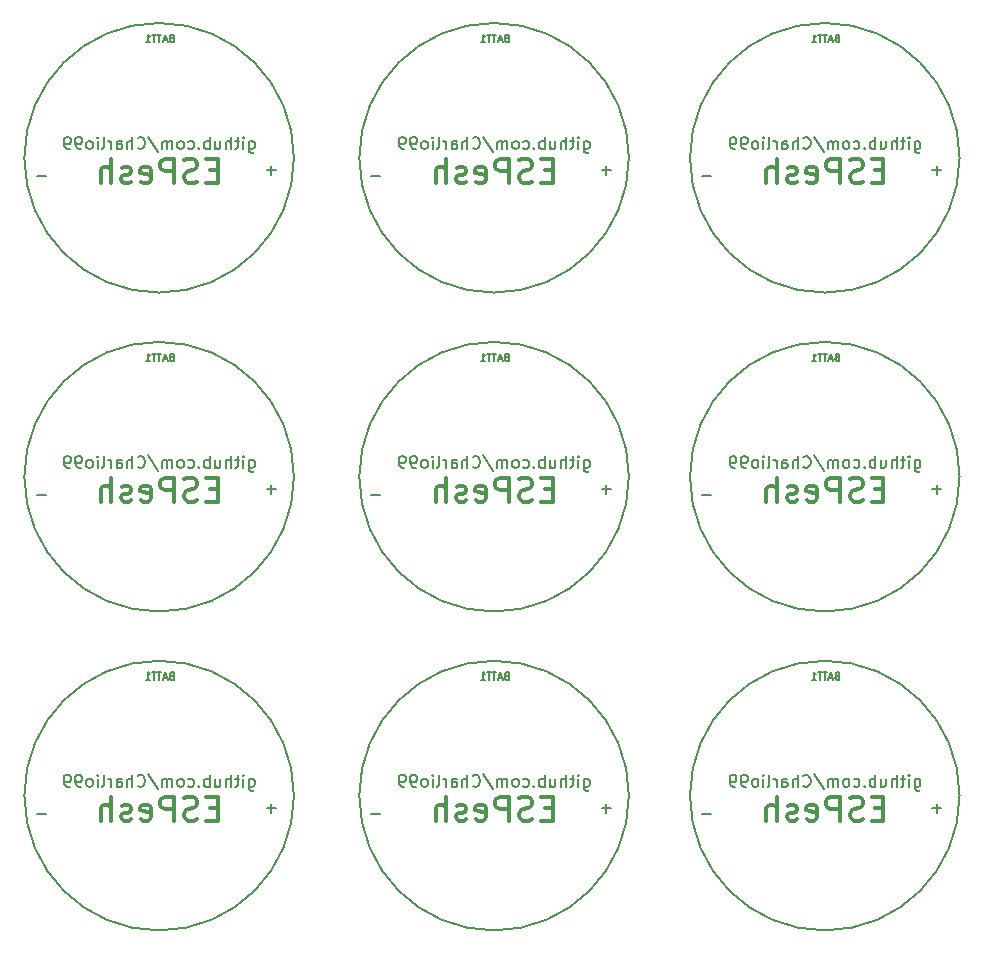
<source format=gbo>
%MOIN*%
%OFA0B0*%
%FSLAX46Y46*%
%IPPOS*%
%LPD*%
%ADD10C,0.013779527559055118*%
%ADD11C,0.0078740157480314977*%
%ADD12C,0.005905511811023622*%
%ADD23C,0.013779527559055118*%
%ADD24C,0.0078740157480314977*%
%ADD25C,0.005905511811023622*%
%ADD26C,0.013779527559055118*%
%ADD27C,0.0078740157480314977*%
%ADD28C,0.005905511811023622*%
%ADD29C,0.013779527559055118*%
%ADD30C,0.0078740157480314977*%
%ADD31C,0.005905511811023622*%
%ADD32C,0.013779527559055118*%
%ADD33C,0.0078740157480314977*%
%ADD34C,0.005905511811023622*%
%ADD35C,0.013779527559055118*%
%ADD36C,0.0078740157480314977*%
%ADD37C,0.005905511811023622*%
%ADD38C,0.013779527559055118*%
%ADD39C,0.0078740157480314977*%
%ADD40C,0.005905511811023622*%
%ADD41C,0.013779527559055118*%
%ADD42C,0.0078740157480314977*%
%ADD43C,0.005905511811023622*%
%ADD44C,0.013779527559055118*%
%ADD45C,0.0078740157480314977*%
%ADD46C,0.005905511811023622*%
G01*
D10*
X0000696491Y0003394718D02*
X0000670244Y0003394718D01*
X0000658996Y0003353473D02*
X0000696491Y0003353473D01*
X0000696491Y0003432214D01*
X0000658996Y0003432214D01*
X0000628999Y0003357223D02*
X0000617751Y0003353473D01*
X0000599003Y0003353473D01*
X0000591504Y0003357223D01*
X0000587754Y0003360973D01*
X0000584005Y0003368472D01*
X0000584005Y0003375971D01*
X0000587754Y0003383470D01*
X0000591504Y0003387219D01*
X0000599003Y0003390969D01*
X0000614001Y0003394718D01*
X0000621500Y0003398468D01*
X0000625250Y0003402217D01*
X0000628999Y0003409716D01*
X0000628999Y0003417215D01*
X0000625250Y0003424715D01*
X0000621500Y0003428464D01*
X0000614001Y0003432214D01*
X0000595253Y0003432214D01*
X0000584005Y0003428464D01*
X0000550259Y0003353473D02*
X0000550259Y0003432214D01*
X0000520263Y0003432214D01*
X0000512764Y0003428464D01*
X0000509014Y0003424715D01*
X0000505265Y0003417215D01*
X0000505265Y0003405967D01*
X0000509014Y0003398468D01*
X0000512764Y0003394718D01*
X0000520263Y0003390969D01*
X0000550259Y0003390969D01*
X0000441523Y0003357223D02*
X0000449022Y0003353473D01*
X0000464020Y0003353473D01*
X0000471519Y0003357223D01*
X0000475268Y0003364722D01*
X0000475268Y0003394718D01*
X0000471519Y0003402217D01*
X0000464020Y0003405967D01*
X0000449022Y0003405967D01*
X0000441523Y0003402217D01*
X0000437773Y0003394718D01*
X0000437773Y0003387219D01*
X0000475268Y0003379720D01*
X0000407777Y0003357223D02*
X0000400278Y0003353473D01*
X0000385280Y0003353473D01*
X0000377781Y0003357223D01*
X0000374031Y0003364722D01*
X0000374031Y0003368472D01*
X0000377781Y0003375971D01*
X0000385280Y0003379720D01*
X0000396528Y0003379720D01*
X0000404027Y0003383470D01*
X0000407777Y0003390969D01*
X0000407777Y0003394718D01*
X0000404027Y0003402217D01*
X0000396528Y0003405967D01*
X0000385280Y0003405967D01*
X0000377781Y0003402217D01*
X0000340285Y0003353473D02*
X0000340285Y0003432214D01*
X0000306540Y0003353473D02*
X0000306540Y0003394718D01*
X0000310289Y0003402217D01*
X0000317788Y0003405967D01*
X0000329037Y0003405967D01*
X0000336536Y0003402217D01*
X0000340285Y0003398468D01*
D11*
X0000800540Y0003492530D02*
X0000800540Y0003460659D01*
X0000802415Y0003456910D01*
X0000804290Y0003455035D01*
X0000808039Y0003453160D01*
X0000813664Y0003453160D01*
X0000817413Y0003455035D01*
X0000800540Y0003468159D02*
X0000804290Y0003466284D01*
X0000811789Y0003466284D01*
X0000815538Y0003468159D01*
X0000817413Y0003470033D01*
X0000819288Y0003473783D01*
X0000819288Y0003485031D01*
X0000817413Y0003488781D01*
X0000815538Y0003490656D01*
X0000811789Y0003492530D01*
X0000804290Y0003492530D01*
X0000800540Y0003490656D01*
X0000781793Y0003466284D02*
X0000781793Y0003492530D01*
X0000781793Y0003505654D02*
X0000783667Y0003503779D01*
X0000781793Y0003501904D01*
X0000779918Y0003503779D01*
X0000781793Y0003505654D01*
X0000781793Y0003501904D01*
X0000768669Y0003492530D02*
X0000753671Y0003492530D01*
X0000763045Y0003505654D02*
X0000763045Y0003471908D01*
X0000761170Y0003468159D01*
X0000757421Y0003466284D01*
X0000753671Y0003466284D01*
X0000740548Y0003466284D02*
X0000740548Y0003505654D01*
X0000723675Y0003466284D02*
X0000723675Y0003486906D01*
X0000725550Y0003490656D01*
X0000729299Y0003492530D01*
X0000734924Y0003492530D01*
X0000738673Y0003490656D01*
X0000740548Y0003488781D01*
X0000688054Y0003492530D02*
X0000688054Y0003466284D01*
X0000704927Y0003492530D02*
X0000704927Y0003471908D01*
X0000703052Y0003468159D01*
X0000699303Y0003466284D01*
X0000693679Y0003466284D01*
X0000689929Y0003468159D01*
X0000688054Y0003470033D01*
X0000669307Y0003466284D02*
X0000669307Y0003505654D01*
X0000669307Y0003490656D02*
X0000665557Y0003492530D01*
X0000658058Y0003492530D01*
X0000654309Y0003490656D01*
X0000652434Y0003488781D01*
X0000650559Y0003485031D01*
X0000650559Y0003473783D01*
X0000652434Y0003470033D01*
X0000654309Y0003468159D01*
X0000658058Y0003466284D01*
X0000665557Y0003466284D01*
X0000669307Y0003468159D01*
X0000633686Y0003470033D02*
X0000631811Y0003468159D01*
X0000633686Y0003466284D01*
X0000635561Y0003468159D01*
X0000633686Y0003470033D01*
X0000633686Y0003466284D01*
X0000598066Y0003468159D02*
X0000601815Y0003466284D01*
X0000609314Y0003466284D01*
X0000613064Y0003468159D01*
X0000614939Y0003470033D01*
X0000616813Y0003473783D01*
X0000616813Y0003485031D01*
X0000614939Y0003488781D01*
X0000613064Y0003490656D01*
X0000609314Y0003492530D01*
X0000601815Y0003492530D01*
X0000598066Y0003490656D01*
X0000575568Y0003466284D02*
X0000579318Y0003468159D01*
X0000581193Y0003470033D01*
X0000583067Y0003473783D01*
X0000583067Y0003485031D01*
X0000581193Y0003488781D01*
X0000579318Y0003490656D01*
X0000575568Y0003492530D01*
X0000569944Y0003492530D01*
X0000566195Y0003490656D01*
X0000564320Y0003488781D01*
X0000562445Y0003485031D01*
X0000562445Y0003473783D01*
X0000564320Y0003470033D01*
X0000566195Y0003468159D01*
X0000569944Y0003466284D01*
X0000575568Y0003466284D01*
X0000545572Y0003466284D02*
X0000545572Y0003492530D01*
X0000545572Y0003488781D02*
X0000543697Y0003490656D01*
X0000539948Y0003492530D01*
X0000534324Y0003492530D01*
X0000530574Y0003490656D01*
X0000528699Y0003486906D01*
X0000528699Y0003466284D01*
X0000528699Y0003486906D02*
X0000526825Y0003490656D01*
X0000523075Y0003492530D01*
X0000517451Y0003492530D01*
X0000513701Y0003490656D01*
X0000511826Y0003486906D01*
X0000511826Y0003466284D01*
X0000464957Y0003507529D02*
X0000498703Y0003456910D01*
X0000429337Y0003470033D02*
X0000431211Y0003468159D01*
X0000436836Y0003466284D01*
X0000440585Y0003466284D01*
X0000446210Y0003468159D01*
X0000449959Y0003471908D01*
X0000451834Y0003475658D01*
X0000453709Y0003483157D01*
X0000453709Y0003488781D01*
X0000451834Y0003496280D01*
X0000449959Y0003500030D01*
X0000446210Y0003503779D01*
X0000440585Y0003505654D01*
X0000436836Y0003505654D01*
X0000431211Y0003503779D01*
X0000429337Y0003501904D01*
X0000412464Y0003466284D02*
X0000412464Y0003505654D01*
X0000395591Y0003466284D02*
X0000395591Y0003486906D01*
X0000397466Y0003490656D01*
X0000401215Y0003492530D01*
X0000406840Y0003492530D01*
X0000410589Y0003490656D01*
X0000412464Y0003488781D01*
X0000359970Y0003466284D02*
X0000359970Y0003486906D01*
X0000361845Y0003490656D01*
X0000365595Y0003492530D01*
X0000373094Y0003492530D01*
X0000376843Y0003490656D01*
X0000359970Y0003468159D02*
X0000363720Y0003466284D01*
X0000373094Y0003466284D01*
X0000376843Y0003468159D01*
X0000378718Y0003471908D01*
X0000378718Y0003475658D01*
X0000376843Y0003479407D01*
X0000373094Y0003481282D01*
X0000363720Y0003481282D01*
X0000359970Y0003483157D01*
X0000341223Y0003466284D02*
X0000341223Y0003492530D01*
X0000341223Y0003485031D02*
X0000339348Y0003488781D01*
X0000337473Y0003490656D01*
X0000333724Y0003492530D01*
X0000329974Y0003492530D01*
X0000311226Y0003466284D02*
X0000314976Y0003468159D01*
X0000316851Y0003471908D01*
X0000316851Y0003505654D01*
X0000296228Y0003466284D02*
X0000296228Y0003492530D01*
X0000296228Y0003505654D02*
X0000298103Y0003503779D01*
X0000296228Y0003501904D01*
X0000294354Y0003503779D01*
X0000296228Y0003505654D01*
X0000296228Y0003501904D01*
X0000271856Y0003466284D02*
X0000275606Y0003468159D01*
X0000277481Y0003470033D01*
X0000279355Y0003473783D01*
X0000279355Y0003485031D01*
X0000277481Y0003488781D01*
X0000275606Y0003490656D01*
X0000271856Y0003492530D01*
X0000266232Y0003492530D01*
X0000262483Y0003490656D01*
X0000260608Y0003488781D01*
X0000258733Y0003485031D01*
X0000258733Y0003473783D01*
X0000260608Y0003470033D01*
X0000262483Y0003468159D01*
X0000266232Y0003466284D01*
X0000271856Y0003466284D01*
X0000239985Y0003466284D02*
X0000232486Y0003466284D01*
X0000228737Y0003468159D01*
X0000226862Y0003470033D01*
X0000223112Y0003475658D01*
X0000221238Y0003483157D01*
X0000221238Y0003498155D01*
X0000223112Y0003501904D01*
X0000224987Y0003503779D01*
X0000228737Y0003505654D01*
X0000236236Y0003505654D01*
X0000239985Y0003503779D01*
X0000241860Y0003501904D01*
X0000243735Y0003498155D01*
X0000243735Y0003488781D01*
X0000241860Y0003485031D01*
X0000239985Y0003483157D01*
X0000236236Y0003481282D01*
X0000228737Y0003481282D01*
X0000224987Y0003483157D01*
X0000223112Y0003485031D01*
X0000221238Y0003488781D01*
X0000202490Y0003466284D02*
X0000194991Y0003466284D01*
X0000191241Y0003468159D01*
X0000189367Y0003470033D01*
X0000185617Y0003475658D01*
X0000183742Y0003483157D01*
X0000183742Y0003498155D01*
X0000185617Y0003501904D01*
X0000187492Y0003503779D01*
X0000191241Y0003505654D01*
X0000198741Y0003505654D01*
X0000202490Y0003503779D01*
X0000204365Y0003501904D01*
X0000206240Y0003498155D01*
X0000206240Y0003488781D01*
X0000204365Y0003485031D01*
X0000202490Y0003483157D01*
X0000198741Y0003481282D01*
X0000191241Y0003481282D01*
X0000187492Y0003483157D01*
X0000185617Y0003485031D01*
X0000183742Y0003488781D01*
D12*
X0000950520Y0003436594D02*
G75*
G03X0000950520Y0003436594I-0000449319D01*
G01*
X0000541698Y0003835781D02*
X0000538323Y0003834656D01*
X0000537199Y0003833532D01*
X0000536074Y0003831282D01*
X0000536074Y0003827907D01*
X0000537199Y0003825658D01*
X0000538323Y0003824533D01*
X0000540573Y0003823408D01*
X0000549572Y0003823408D01*
X0000549572Y0003847030D01*
X0000541698Y0003847030D01*
X0000539448Y0003845905D01*
X0000538323Y0003844780D01*
X0000537199Y0003842530D01*
X0000537199Y0003840281D01*
X0000538323Y0003838031D01*
X0000539448Y0003836906D01*
X0000541698Y0003835781D01*
X0000549572Y0003835781D01*
X0000527075Y0003830157D02*
X0000515826Y0003830157D01*
X0000529325Y0003823408D02*
X0000521451Y0003847030D01*
X0000513577Y0003823408D01*
X0000509077Y0003847030D02*
X0000495579Y0003847030D01*
X0000502328Y0003823408D02*
X0000502328Y0003847030D01*
X0000491079Y0003847030D02*
X0000477581Y0003847030D01*
X0000484330Y0003823408D02*
X0000484330Y0003847030D01*
X0000457334Y0003823408D02*
X0000470832Y0003823408D01*
X0000464083Y0003823408D02*
X0000464083Y0003847030D01*
X0000466332Y0003843655D01*
X0000468582Y0003841406D01*
X0000470832Y0003840281D01*
X0000122498Y0003374727D02*
X0000092501Y0003374727D01*
X0000890214Y0003394412D02*
X0000860218Y0003394412D01*
X0000875216Y0003379414D02*
X0000875216Y0003409410D01*
G04 next file*
G04 #@! TF.GenerationSoftware,KiCad,Pcbnew,(5.0.1)-4*
G04 #@! TF.CreationDate,2019-05-08T01:49:15+02:00*
G04 #@! TF.ProjectId,ESPesh,4553506573682E6B696361645F706362,rev?*
G04 #@! TF.SameCoordinates,Original*
G04 #@! TF.FileFunction,Legend,Bot*
G04 #@! TF.FilePolarity,Positive*
G04 Gerber Fmt 4.6, Leading zero omitted, Abs format (unit mm)*
G04 Created by KiCad (PCBNEW (5.0.1)-4) date 08/05/2019 1:49:15*
G01*
G04 APERTURE LIST*
G04 APERTURE END LIST*
D23*
X0001813026Y0003394718D02*
X0001786780Y0003394718D01*
X0001775531Y0003353473D02*
X0001813026Y0003353473D01*
X0001813026Y0003432214D01*
X0001775531Y0003432214D01*
X0001745535Y0003357223D02*
X0001734286Y0003353473D01*
X0001715538Y0003353473D01*
X0001708039Y0003357223D01*
X0001704290Y0003360973D01*
X0001700540Y0003368472D01*
X0001700540Y0003375971D01*
X0001704290Y0003383470D01*
X0001708039Y0003387219D01*
X0001715538Y0003390969D01*
X0001730537Y0003394718D01*
X0001738036Y0003398468D01*
X0001741785Y0003402217D01*
X0001745535Y0003409716D01*
X0001745535Y0003417215D01*
X0001741785Y0003424715D01*
X0001738036Y0003428464D01*
X0001730537Y0003432214D01*
X0001711789Y0003432214D01*
X0001700540Y0003428464D01*
X0001666795Y0003353473D02*
X0001666795Y0003432214D01*
X0001636798Y0003432214D01*
X0001629299Y0003428464D01*
X0001625550Y0003424715D01*
X0001621800Y0003417215D01*
X0001621800Y0003405967D01*
X0001625550Y0003398468D01*
X0001629299Y0003394718D01*
X0001636798Y0003390969D01*
X0001666795Y0003390969D01*
X0001558058Y0003357223D02*
X0001565557Y0003353473D01*
X0001580555Y0003353473D01*
X0001588054Y0003357223D01*
X0001591804Y0003364722D01*
X0001591804Y0003394718D01*
X0001588054Y0003402217D01*
X0001580555Y0003405967D01*
X0001565557Y0003405967D01*
X0001558058Y0003402217D01*
X0001554309Y0003394718D01*
X0001554309Y0003387219D01*
X0001591804Y0003379720D01*
X0001524312Y0003357223D02*
X0001516813Y0003353473D01*
X0001501815Y0003353473D01*
X0001494316Y0003357223D01*
X0001490567Y0003364722D01*
X0001490567Y0003368472D01*
X0001494316Y0003375971D01*
X0001501815Y0003379720D01*
X0001513064Y0003379720D01*
X0001520563Y0003383470D01*
X0001524312Y0003390969D01*
X0001524312Y0003394718D01*
X0001520563Y0003402217D01*
X0001513064Y0003405967D01*
X0001501815Y0003405967D01*
X0001494316Y0003402217D01*
X0001456821Y0003353473D02*
X0001456821Y0003432214D01*
X0001423075Y0003353473D02*
X0001423075Y0003394718D01*
X0001426825Y0003402217D01*
X0001434324Y0003405967D01*
X0001445572Y0003405967D01*
X0001453071Y0003402217D01*
X0001456821Y0003398468D01*
D24*
X0001917076Y0003492530D02*
X0001917076Y0003460659D01*
X0001918951Y0003456910D01*
X0001920825Y0003455035D01*
X0001924575Y0003453160D01*
X0001930199Y0003453160D01*
X0001933949Y0003455035D01*
X0001917076Y0003468159D02*
X0001920825Y0003466284D01*
X0001928324Y0003466284D01*
X0001932074Y0003468159D01*
X0001933949Y0003470033D01*
X0001935823Y0003473783D01*
X0001935823Y0003485031D01*
X0001933949Y0003488781D01*
X0001932074Y0003490656D01*
X0001928324Y0003492530D01*
X0001920825Y0003492530D01*
X0001917076Y0003490656D01*
X0001898328Y0003466284D02*
X0001898328Y0003492530D01*
X0001898328Y0003505654D02*
X0001900203Y0003503779D01*
X0001898328Y0003501904D01*
X0001896453Y0003503779D01*
X0001898328Y0003505654D01*
X0001898328Y0003501904D01*
X0001885205Y0003492530D02*
X0001870207Y0003492530D01*
X0001879580Y0003505654D02*
X0001879580Y0003471908D01*
X0001877706Y0003468159D01*
X0001873956Y0003466284D01*
X0001870207Y0003466284D01*
X0001857083Y0003466284D02*
X0001857083Y0003505654D01*
X0001840210Y0003466284D02*
X0001840210Y0003486906D01*
X0001842085Y0003490656D01*
X0001845835Y0003492530D01*
X0001851459Y0003492530D01*
X0001855209Y0003490656D01*
X0001857083Y0003488781D01*
X0001804590Y0003492530D02*
X0001804590Y0003466284D01*
X0001821463Y0003492530D02*
X0001821463Y0003471908D01*
X0001819588Y0003468159D01*
X0001815838Y0003466284D01*
X0001810214Y0003466284D01*
X0001806465Y0003468159D01*
X0001804590Y0003470033D01*
X0001785842Y0003466284D02*
X0001785842Y0003505654D01*
X0001785842Y0003490656D02*
X0001782093Y0003492530D01*
X0001774594Y0003492530D01*
X0001770844Y0003490656D01*
X0001768969Y0003488781D01*
X0001767095Y0003485031D01*
X0001767095Y0003473783D01*
X0001768969Y0003470033D01*
X0001770844Y0003468159D01*
X0001774594Y0003466284D01*
X0001782093Y0003466284D01*
X0001785842Y0003468159D01*
X0001750222Y0003470033D02*
X0001748347Y0003468159D01*
X0001750222Y0003466284D01*
X0001752096Y0003468159D01*
X0001750222Y0003470033D01*
X0001750222Y0003466284D01*
X0001714601Y0003468159D02*
X0001718351Y0003466284D01*
X0001725850Y0003466284D01*
X0001729599Y0003468159D01*
X0001731474Y0003470033D01*
X0001733349Y0003473783D01*
X0001733349Y0003485031D01*
X0001731474Y0003488781D01*
X0001729599Y0003490656D01*
X0001725850Y0003492530D01*
X0001718351Y0003492530D01*
X0001714601Y0003490656D01*
X0001692104Y0003466284D02*
X0001695853Y0003468159D01*
X0001697728Y0003470033D01*
X0001699603Y0003473783D01*
X0001699603Y0003485031D01*
X0001697728Y0003488781D01*
X0001695853Y0003490656D01*
X0001692104Y0003492530D01*
X0001686480Y0003492530D01*
X0001682730Y0003490656D01*
X0001680855Y0003488781D01*
X0001678981Y0003485031D01*
X0001678981Y0003473783D01*
X0001680855Y0003470033D01*
X0001682730Y0003468159D01*
X0001686480Y0003466284D01*
X0001692104Y0003466284D01*
X0001662108Y0003466284D02*
X0001662108Y0003492530D01*
X0001662108Y0003488781D02*
X0001660233Y0003490656D01*
X0001656483Y0003492530D01*
X0001650859Y0003492530D01*
X0001647110Y0003490656D01*
X0001645235Y0003486906D01*
X0001645235Y0003466284D01*
X0001645235Y0003486906D02*
X0001643360Y0003490656D01*
X0001639610Y0003492530D01*
X0001633986Y0003492530D01*
X0001630237Y0003490656D01*
X0001628362Y0003486906D01*
X0001628362Y0003466284D01*
X0001581493Y0003507529D02*
X0001615239Y0003456910D01*
X0001545872Y0003470033D02*
X0001547747Y0003468159D01*
X0001553371Y0003466284D01*
X0001557121Y0003466284D01*
X0001562745Y0003468159D01*
X0001566495Y0003471908D01*
X0001568369Y0003475658D01*
X0001570244Y0003483157D01*
X0001570244Y0003488781D01*
X0001568369Y0003496280D01*
X0001566495Y0003500030D01*
X0001562745Y0003503779D01*
X0001557121Y0003505654D01*
X0001553371Y0003505654D01*
X0001547747Y0003503779D01*
X0001545872Y0003501904D01*
X0001528999Y0003466284D02*
X0001528999Y0003505654D01*
X0001512126Y0003466284D02*
X0001512126Y0003486906D01*
X0001514001Y0003490656D01*
X0001517751Y0003492530D01*
X0001523375Y0003492530D01*
X0001527125Y0003490656D01*
X0001528999Y0003488781D01*
X0001476506Y0003466284D02*
X0001476506Y0003486906D01*
X0001478381Y0003490656D01*
X0001482130Y0003492530D01*
X0001489629Y0003492530D01*
X0001493379Y0003490656D01*
X0001476506Y0003468159D02*
X0001480255Y0003466284D01*
X0001489629Y0003466284D01*
X0001493379Y0003468159D01*
X0001495254Y0003471908D01*
X0001495254Y0003475658D01*
X0001493379Y0003479407D01*
X0001489629Y0003481282D01*
X0001480255Y0003481282D01*
X0001476506Y0003483157D01*
X0001457758Y0003466284D02*
X0001457758Y0003492530D01*
X0001457758Y0003485031D02*
X0001455883Y0003488781D01*
X0001454009Y0003490656D01*
X0001450259Y0003492530D01*
X0001446510Y0003492530D01*
X0001427762Y0003466284D02*
X0001431511Y0003468159D01*
X0001433386Y0003471908D01*
X0001433386Y0003505654D01*
X0001412764Y0003466284D02*
X0001412764Y0003492530D01*
X0001412764Y0003505654D02*
X0001414639Y0003503779D01*
X0001412764Y0003501904D01*
X0001410889Y0003503779D01*
X0001412764Y0003505654D01*
X0001412764Y0003501904D01*
X0001388392Y0003466284D02*
X0001392141Y0003468159D01*
X0001394016Y0003470033D01*
X0001395891Y0003473783D01*
X0001395891Y0003485031D01*
X0001394016Y0003488781D01*
X0001392141Y0003490656D01*
X0001388392Y0003492530D01*
X0001382768Y0003492530D01*
X0001379018Y0003490656D01*
X0001377143Y0003488781D01*
X0001375269Y0003485031D01*
X0001375269Y0003473783D01*
X0001377143Y0003470033D01*
X0001379018Y0003468159D01*
X0001382768Y0003466284D01*
X0001388392Y0003466284D01*
X0001356521Y0003466284D02*
X0001349022Y0003466284D01*
X0001345272Y0003468159D01*
X0001343397Y0003470033D01*
X0001339648Y0003475658D01*
X0001337773Y0003483157D01*
X0001337773Y0003498155D01*
X0001339648Y0003501904D01*
X0001341523Y0003503779D01*
X0001345272Y0003505654D01*
X0001352771Y0003505654D01*
X0001356521Y0003503779D01*
X0001358396Y0003501904D01*
X0001360270Y0003498155D01*
X0001360270Y0003488781D01*
X0001358396Y0003485031D01*
X0001356521Y0003483157D01*
X0001352771Y0003481282D01*
X0001345272Y0003481282D01*
X0001341523Y0003483157D01*
X0001339648Y0003485031D01*
X0001337773Y0003488781D01*
X0001319026Y0003466284D02*
X0001311526Y0003466284D01*
X0001307777Y0003468159D01*
X0001305902Y0003470033D01*
X0001302153Y0003475658D01*
X0001300278Y0003483157D01*
X0001300278Y0003498155D01*
X0001302153Y0003501904D01*
X0001304027Y0003503779D01*
X0001307777Y0003505654D01*
X0001315276Y0003505654D01*
X0001319026Y0003503779D01*
X0001320900Y0003501904D01*
X0001322775Y0003498155D01*
X0001322775Y0003488781D01*
X0001320900Y0003485031D01*
X0001319026Y0003483157D01*
X0001315276Y0003481282D01*
X0001307777Y0003481282D01*
X0001304027Y0003483157D01*
X0001302153Y0003485031D01*
X0001300278Y0003488781D01*
D25*
G04 #@! TO.C,BATT1*
X0002067055Y0003436594D02*
G75*
G03X0002067055Y0003436594I-0000449319D01*
G01*
X0001658233Y0003835781D02*
X0001654859Y0003834656D01*
X0001653734Y0003833532D01*
X0001652609Y0003831282D01*
X0001652609Y0003827907D01*
X0001653734Y0003825658D01*
X0001654859Y0003824533D01*
X0001657109Y0003823408D01*
X0001666107Y0003823408D01*
X0001666107Y0003847030D01*
X0001658233Y0003847030D01*
X0001655984Y0003845905D01*
X0001654859Y0003844780D01*
X0001653734Y0003842530D01*
X0001653734Y0003840281D01*
X0001654859Y0003838031D01*
X0001655984Y0003836906D01*
X0001658233Y0003835781D01*
X0001666107Y0003835781D01*
X0001643610Y0003830157D02*
X0001632362Y0003830157D01*
X0001645860Y0003823408D02*
X0001637986Y0003847030D01*
X0001630112Y0003823408D01*
X0001625613Y0003847030D02*
X0001612114Y0003847030D01*
X0001618863Y0003823408D02*
X0001618863Y0003847030D01*
X0001607615Y0003847030D02*
X0001594116Y0003847030D01*
X0001600866Y0003823408D02*
X0001600866Y0003847030D01*
X0001573869Y0003823408D02*
X0001587367Y0003823408D01*
X0001580618Y0003823408D02*
X0001580618Y0003847030D01*
X0001582868Y0003843655D01*
X0001585118Y0003841406D01*
X0001587367Y0003840281D01*
X0001239033Y0003374727D02*
X0001209037Y0003374727D01*
X0002006750Y0003394412D02*
X0001976753Y0003394412D01*
X0001991751Y0003379414D02*
X0001991751Y0003409410D01*
G04 #@! TD*
G04 next file*
G04 #@! TF.GenerationSoftware,KiCad,Pcbnew,(5.0.1)-4*
G04 #@! TF.CreationDate,2019-05-08T01:49:15+02:00*
G04 #@! TF.ProjectId,ESPesh,4553506573682E6B696361645F706362,rev?*
G04 #@! TF.SameCoordinates,Original*
G04 #@! TF.FileFunction,Legend,Bot*
G04 #@! TF.FilePolarity,Positive*
G04 Gerber Fmt 4.6, Leading zero omitted, Abs format (unit mm)*
G04 Created by KiCad (PCBNEW (5.0.1)-4) date 08/05/2019 1:49:15*
G01*
G04 APERTURE LIST*
G04 APERTURE END LIST*
D26*
X0002915388Y0003394718D02*
X0002889142Y0003394718D01*
X0002877893Y0003353473D02*
X0002915388Y0003353473D01*
X0002915388Y0003432214D01*
X0002877893Y0003432214D01*
X0002847897Y0003357223D02*
X0002836648Y0003353473D01*
X0002817901Y0003353473D01*
X0002810402Y0003357223D01*
X0002806652Y0003360973D01*
X0002802903Y0003368472D01*
X0002802903Y0003375971D01*
X0002806652Y0003383470D01*
X0002810402Y0003387219D01*
X0002817901Y0003390969D01*
X0002832899Y0003394718D01*
X0002840398Y0003398468D01*
X0002844147Y0003402217D01*
X0002847897Y0003409716D01*
X0002847897Y0003417215D01*
X0002844147Y0003424715D01*
X0002840398Y0003428464D01*
X0002832899Y0003432214D01*
X0002814151Y0003432214D01*
X0002802903Y0003428464D01*
X0002769157Y0003353473D02*
X0002769157Y0003432214D01*
X0002739161Y0003432214D01*
X0002731661Y0003428464D01*
X0002727912Y0003424715D01*
X0002724162Y0003417215D01*
X0002724162Y0003405967D01*
X0002727912Y0003398468D01*
X0002731661Y0003394718D01*
X0002739161Y0003390969D01*
X0002769157Y0003390969D01*
X0002660420Y0003357223D02*
X0002667919Y0003353473D01*
X0002682918Y0003353473D01*
X0002690417Y0003357223D01*
X0002694166Y0003364722D01*
X0002694166Y0003394718D01*
X0002690417Y0003402217D01*
X0002682918Y0003405967D01*
X0002667919Y0003405967D01*
X0002660420Y0003402217D01*
X0002656671Y0003394718D01*
X0002656671Y0003387219D01*
X0002694166Y0003379720D01*
X0002626675Y0003357223D02*
X0002619176Y0003353473D01*
X0002604177Y0003353473D01*
X0002596678Y0003357223D01*
X0002592929Y0003364722D01*
X0002592929Y0003368472D01*
X0002596678Y0003375971D01*
X0002604177Y0003379720D01*
X0002615426Y0003379720D01*
X0002622925Y0003383470D01*
X0002626675Y0003390969D01*
X0002626675Y0003394718D01*
X0002622925Y0003402217D01*
X0002615426Y0003405967D01*
X0002604177Y0003405967D01*
X0002596678Y0003402217D01*
X0002559183Y0003353473D02*
X0002559183Y0003432214D01*
X0002525437Y0003353473D02*
X0002525437Y0003394718D01*
X0002529187Y0003402217D01*
X0002536686Y0003405967D01*
X0002547934Y0003405967D01*
X0002555433Y0003402217D01*
X0002559183Y0003398468D01*
D27*
X0003019438Y0003492530D02*
X0003019438Y0003460659D01*
X0003021313Y0003456910D01*
X0003023187Y0003455035D01*
X0003026937Y0003453160D01*
X0003032561Y0003453160D01*
X0003036311Y0003455035D01*
X0003019438Y0003468159D02*
X0003023187Y0003466284D01*
X0003030687Y0003466284D01*
X0003034436Y0003468159D01*
X0003036311Y0003470033D01*
X0003038186Y0003473783D01*
X0003038186Y0003485031D01*
X0003036311Y0003488781D01*
X0003034436Y0003490656D01*
X0003030687Y0003492530D01*
X0003023187Y0003492530D01*
X0003019438Y0003490656D01*
X0003000690Y0003466284D02*
X0003000690Y0003492530D01*
X0003000690Y0003505654D02*
X0003002565Y0003503779D01*
X0003000690Y0003501904D01*
X0002998816Y0003503779D01*
X0003000690Y0003505654D01*
X0003000690Y0003501904D01*
X0002987567Y0003492530D02*
X0002972569Y0003492530D01*
X0002981943Y0003505654D02*
X0002981943Y0003471908D01*
X0002980068Y0003468159D01*
X0002976318Y0003466284D01*
X0002972569Y0003466284D01*
X0002959445Y0003466284D02*
X0002959445Y0003505654D01*
X0002942573Y0003466284D02*
X0002942573Y0003486906D01*
X0002944447Y0003490656D01*
X0002948197Y0003492530D01*
X0002953821Y0003492530D01*
X0002957571Y0003490656D01*
X0002959445Y0003488781D01*
X0002906952Y0003492530D02*
X0002906952Y0003466284D01*
X0002923825Y0003492530D02*
X0002923825Y0003471908D01*
X0002921950Y0003468159D01*
X0002918201Y0003466284D01*
X0002912576Y0003466284D01*
X0002908827Y0003468159D01*
X0002906952Y0003470033D01*
X0002888204Y0003466284D02*
X0002888204Y0003505654D01*
X0002888204Y0003490656D02*
X0002884455Y0003492530D01*
X0002876956Y0003492530D01*
X0002873206Y0003490656D01*
X0002871332Y0003488781D01*
X0002869457Y0003485031D01*
X0002869457Y0003473783D01*
X0002871332Y0003470033D01*
X0002873206Y0003468159D01*
X0002876956Y0003466284D01*
X0002884455Y0003466284D01*
X0002888204Y0003468159D01*
X0002852584Y0003470033D02*
X0002850709Y0003468159D01*
X0002852584Y0003466284D01*
X0002854459Y0003468159D01*
X0002852584Y0003470033D01*
X0002852584Y0003466284D01*
X0002816963Y0003468159D02*
X0002820713Y0003466284D01*
X0002828212Y0003466284D01*
X0002831961Y0003468159D01*
X0002833836Y0003470033D01*
X0002835711Y0003473783D01*
X0002835711Y0003485031D01*
X0002833836Y0003488781D01*
X0002831961Y0003490656D01*
X0002828212Y0003492530D01*
X0002820713Y0003492530D01*
X0002816963Y0003490656D01*
X0002794466Y0003466284D02*
X0002798216Y0003468159D01*
X0002800090Y0003470033D01*
X0002801965Y0003473783D01*
X0002801965Y0003485031D01*
X0002800090Y0003488781D01*
X0002798216Y0003490656D01*
X0002794466Y0003492530D01*
X0002788842Y0003492530D01*
X0002785092Y0003490656D01*
X0002783218Y0003488781D01*
X0002781343Y0003485031D01*
X0002781343Y0003473783D01*
X0002783218Y0003470033D01*
X0002785092Y0003468159D01*
X0002788842Y0003466284D01*
X0002794466Y0003466284D01*
X0002764470Y0003466284D02*
X0002764470Y0003492530D01*
X0002764470Y0003488781D02*
X0002762595Y0003490656D01*
X0002758846Y0003492530D01*
X0002753221Y0003492530D01*
X0002749472Y0003490656D01*
X0002747597Y0003486906D01*
X0002747597Y0003466284D01*
X0002747597Y0003486906D02*
X0002745722Y0003490656D01*
X0002741973Y0003492530D01*
X0002736348Y0003492530D01*
X0002732599Y0003490656D01*
X0002730724Y0003486906D01*
X0002730724Y0003466284D01*
X0002683855Y0003507529D02*
X0002717601Y0003456910D01*
X0002648234Y0003470033D02*
X0002650109Y0003468159D01*
X0002655733Y0003466284D01*
X0002659483Y0003466284D01*
X0002665107Y0003468159D01*
X0002668857Y0003471908D01*
X0002670732Y0003475658D01*
X0002672606Y0003483157D01*
X0002672606Y0003488781D01*
X0002670732Y0003496280D01*
X0002668857Y0003500030D01*
X0002665107Y0003503779D01*
X0002659483Y0003505654D01*
X0002655733Y0003505654D01*
X0002650109Y0003503779D01*
X0002648234Y0003501904D01*
X0002631361Y0003466284D02*
X0002631361Y0003505654D01*
X0002614489Y0003466284D02*
X0002614489Y0003486906D01*
X0002616363Y0003490656D01*
X0002620113Y0003492530D01*
X0002625737Y0003492530D01*
X0002629487Y0003490656D01*
X0002631361Y0003488781D01*
X0002578868Y0003466284D02*
X0002578868Y0003486906D01*
X0002580743Y0003490656D01*
X0002584492Y0003492530D01*
X0002591991Y0003492530D01*
X0002595741Y0003490656D01*
X0002578868Y0003468159D02*
X0002582618Y0003466284D01*
X0002591991Y0003466284D01*
X0002595741Y0003468159D01*
X0002597616Y0003471908D01*
X0002597616Y0003475658D01*
X0002595741Y0003479407D01*
X0002591991Y0003481282D01*
X0002582618Y0003481282D01*
X0002578868Y0003483157D01*
X0002560120Y0003466284D02*
X0002560120Y0003492530D01*
X0002560120Y0003485031D02*
X0002558246Y0003488781D01*
X0002556371Y0003490656D01*
X0002552621Y0003492530D01*
X0002548872Y0003492530D01*
X0002530124Y0003466284D02*
X0002533874Y0003468159D01*
X0002535748Y0003471908D01*
X0002535748Y0003505654D01*
X0002515126Y0003466284D02*
X0002515126Y0003492530D01*
X0002515126Y0003505654D02*
X0002517001Y0003503779D01*
X0002515126Y0003501904D01*
X0002513251Y0003503779D01*
X0002515126Y0003505654D01*
X0002515126Y0003501904D01*
X0002490754Y0003466284D02*
X0002494504Y0003468159D01*
X0002496378Y0003470033D01*
X0002498253Y0003473783D01*
X0002498253Y0003485031D01*
X0002496378Y0003488781D01*
X0002494504Y0003490656D01*
X0002490754Y0003492530D01*
X0002485130Y0003492530D01*
X0002481380Y0003490656D01*
X0002479505Y0003488781D01*
X0002477631Y0003485031D01*
X0002477631Y0003473783D01*
X0002479505Y0003470033D01*
X0002481380Y0003468159D01*
X0002485130Y0003466284D01*
X0002490754Y0003466284D01*
X0002458883Y0003466284D02*
X0002451384Y0003466284D01*
X0002447634Y0003468159D01*
X0002445760Y0003470033D01*
X0002442010Y0003475658D01*
X0002440135Y0003483157D01*
X0002440135Y0003498155D01*
X0002442010Y0003501904D01*
X0002443885Y0003503779D01*
X0002447634Y0003505654D01*
X0002455133Y0003505654D01*
X0002458883Y0003503779D01*
X0002460758Y0003501904D01*
X0002462633Y0003498155D01*
X0002462633Y0003488781D01*
X0002460758Y0003485031D01*
X0002458883Y0003483157D01*
X0002455133Y0003481282D01*
X0002447634Y0003481282D01*
X0002443885Y0003483157D01*
X0002442010Y0003485031D01*
X0002440135Y0003488781D01*
X0002421388Y0003466284D02*
X0002413889Y0003466284D01*
X0002410139Y0003468159D01*
X0002408264Y0003470033D01*
X0002404515Y0003475658D01*
X0002402640Y0003483157D01*
X0002402640Y0003498155D01*
X0002404515Y0003501904D01*
X0002406390Y0003503779D01*
X0002410139Y0003505654D01*
X0002417638Y0003505654D01*
X0002421388Y0003503779D01*
X0002423262Y0003501904D01*
X0002425137Y0003498155D01*
X0002425137Y0003488781D01*
X0002423262Y0003485031D01*
X0002421388Y0003483157D01*
X0002417638Y0003481282D01*
X0002410139Y0003481282D01*
X0002406390Y0003483157D01*
X0002404515Y0003485031D01*
X0002402640Y0003488781D01*
D28*
G04 #@! TO.C,BATT1*
X0003169417Y0003436594D02*
G75*
G03X0003169417Y0003436594I-0000449319D01*
G01*
X0002760596Y0003835781D02*
X0002757221Y0003834656D01*
X0002756096Y0003833532D01*
X0002754971Y0003831282D01*
X0002754971Y0003827907D01*
X0002756096Y0003825658D01*
X0002757221Y0003824533D01*
X0002759471Y0003823408D01*
X0002768470Y0003823408D01*
X0002768470Y0003847030D01*
X0002760596Y0003847030D01*
X0002758346Y0003845905D01*
X0002757221Y0003844780D01*
X0002756096Y0003842530D01*
X0002756096Y0003840281D01*
X0002757221Y0003838031D01*
X0002758346Y0003836906D01*
X0002760596Y0003835781D01*
X0002768470Y0003835781D01*
X0002745972Y0003830157D02*
X0002734724Y0003830157D01*
X0002748222Y0003823408D02*
X0002740348Y0003847030D01*
X0002732474Y0003823408D01*
X0002727975Y0003847030D02*
X0002714476Y0003847030D01*
X0002721226Y0003823408D02*
X0002721226Y0003847030D01*
X0002709977Y0003847030D02*
X0002696479Y0003847030D01*
X0002703228Y0003823408D02*
X0002703228Y0003847030D01*
X0002676231Y0003823408D02*
X0002689730Y0003823408D01*
X0002682980Y0003823408D02*
X0002682980Y0003847030D01*
X0002685230Y0003843655D01*
X0002687480Y0003841406D01*
X0002689730Y0003840281D01*
X0002341395Y0003374727D02*
X0002311399Y0003374727D01*
X0003109112Y0003394412D02*
X0003079115Y0003394412D01*
X0003094114Y0003379414D02*
X0003094114Y0003409410D01*
G04 #@! TD*
G04 next file*
G04 #@! TF.GenerationSoftware,KiCad,Pcbnew,(5.0.1)-4*
G04 #@! TF.CreationDate,2019-05-08T01:49:15+02:00*
G04 #@! TF.ProjectId,ESPesh,4553506573682E6B696361645F706362,rev?*
G04 #@! TF.SameCoordinates,Original*
G04 #@! TF.FileFunction,Legend,Bot*
G04 #@! TF.FilePolarity,Positive*
G04 Gerber Fmt 4.6, Leading zero omitted, Abs format (unit mm)*
G04 Created by KiCad (PCBNEW (5.0.1)-4) date 08/05/2019 1:49:15*
G01*
G04 APERTURE LIST*
G04 APERTURE END LIST*
D29*
X0000696491Y0001268734D02*
X0000670244Y0001268734D01*
X0000658996Y0001227489D02*
X0000696491Y0001227489D01*
X0000696491Y0001306229D01*
X0000658996Y0001306229D01*
X0000628999Y0001231239D02*
X0000617751Y0001227489D01*
X0000599003Y0001227489D01*
X0000591504Y0001231239D01*
X0000587754Y0001234988D01*
X0000584005Y0001242487D01*
X0000584005Y0001249986D01*
X0000587754Y0001257485D01*
X0000591504Y0001261235D01*
X0000599003Y0001264985D01*
X0000614001Y0001268734D01*
X0000621500Y0001272484D01*
X0000625250Y0001276233D01*
X0000628999Y0001283732D01*
X0000628999Y0001291231D01*
X0000625250Y0001298730D01*
X0000621500Y0001302480D01*
X0000614001Y0001306229D01*
X0000595253Y0001306229D01*
X0000584005Y0001302480D01*
X0000550259Y0001227489D02*
X0000550259Y0001306229D01*
X0000520263Y0001306229D01*
X0000512764Y0001302480D01*
X0000509014Y0001298730D01*
X0000505265Y0001291231D01*
X0000505265Y0001279983D01*
X0000509014Y0001272484D01*
X0000512764Y0001268734D01*
X0000520263Y0001264985D01*
X0000550259Y0001264985D01*
X0000441523Y0001231239D02*
X0000449022Y0001227489D01*
X0000464020Y0001227489D01*
X0000471519Y0001231239D01*
X0000475268Y0001238738D01*
X0000475268Y0001268734D01*
X0000471519Y0001276233D01*
X0000464020Y0001279983D01*
X0000449022Y0001279983D01*
X0000441523Y0001276233D01*
X0000437773Y0001268734D01*
X0000437773Y0001261235D01*
X0000475268Y0001253736D01*
X0000407777Y0001231239D02*
X0000400278Y0001227489D01*
X0000385280Y0001227489D01*
X0000377781Y0001231239D01*
X0000374031Y0001238738D01*
X0000374031Y0001242487D01*
X0000377781Y0001249986D01*
X0000385280Y0001253736D01*
X0000396528Y0001253736D01*
X0000404027Y0001257485D01*
X0000407777Y0001264985D01*
X0000407777Y0001268734D01*
X0000404027Y0001276233D01*
X0000396528Y0001279983D01*
X0000385280Y0001279983D01*
X0000377781Y0001276233D01*
X0000340285Y0001227489D02*
X0000340285Y0001306229D01*
X0000306540Y0001227489D02*
X0000306540Y0001268734D01*
X0000310289Y0001276233D01*
X0000317788Y0001279983D01*
X0000329037Y0001279983D01*
X0000336536Y0001276233D01*
X0000340285Y0001272484D01*
D30*
X0000800540Y0001366546D02*
X0000800540Y0001334675D01*
X0000802415Y0001330926D01*
X0000804290Y0001329051D01*
X0000808039Y0001327176D01*
X0000813664Y0001327176D01*
X0000817413Y0001329051D01*
X0000800540Y0001342174D02*
X0000804290Y0001340300D01*
X0000811789Y0001340300D01*
X0000815538Y0001342174D01*
X0000817413Y0001344049D01*
X0000819288Y0001347799D01*
X0000819288Y0001359047D01*
X0000817413Y0001362797D01*
X0000815538Y0001364671D01*
X0000811789Y0001366546D01*
X0000804290Y0001366546D01*
X0000800540Y0001364671D01*
X0000781793Y0001340300D02*
X0000781793Y0001366546D01*
X0000781793Y0001379670D02*
X0000783667Y0001377795D01*
X0000781793Y0001375920D01*
X0000779918Y0001377795D01*
X0000781793Y0001379670D01*
X0000781793Y0001375920D01*
X0000768669Y0001366546D02*
X0000753671Y0001366546D01*
X0000763045Y0001379670D02*
X0000763045Y0001345924D01*
X0000761170Y0001342174D01*
X0000757421Y0001340300D01*
X0000753671Y0001340300D01*
X0000740548Y0001340300D02*
X0000740548Y0001379670D01*
X0000723675Y0001340300D02*
X0000723675Y0001360922D01*
X0000725550Y0001364671D01*
X0000729299Y0001366546D01*
X0000734924Y0001366546D01*
X0000738673Y0001364671D01*
X0000740548Y0001362797D01*
X0000688054Y0001366546D02*
X0000688054Y0001340300D01*
X0000704927Y0001366546D02*
X0000704927Y0001345924D01*
X0000703052Y0001342174D01*
X0000699303Y0001340300D01*
X0000693679Y0001340300D01*
X0000689929Y0001342174D01*
X0000688054Y0001344049D01*
X0000669307Y0001340300D02*
X0000669307Y0001379670D01*
X0000669307Y0001364671D02*
X0000665557Y0001366546D01*
X0000658058Y0001366546D01*
X0000654309Y0001364671D01*
X0000652434Y0001362797D01*
X0000650559Y0001359047D01*
X0000650559Y0001347799D01*
X0000652434Y0001344049D01*
X0000654309Y0001342174D01*
X0000658058Y0001340300D01*
X0000665557Y0001340300D01*
X0000669307Y0001342174D01*
X0000633686Y0001344049D02*
X0000631811Y0001342174D01*
X0000633686Y0001340300D01*
X0000635561Y0001342174D01*
X0000633686Y0001344049D01*
X0000633686Y0001340300D01*
X0000598066Y0001342174D02*
X0000601815Y0001340300D01*
X0000609314Y0001340300D01*
X0000613064Y0001342174D01*
X0000614939Y0001344049D01*
X0000616813Y0001347799D01*
X0000616813Y0001359047D01*
X0000614939Y0001362797D01*
X0000613064Y0001364671D01*
X0000609314Y0001366546D01*
X0000601815Y0001366546D01*
X0000598066Y0001364671D01*
X0000575568Y0001340300D02*
X0000579318Y0001342174D01*
X0000581193Y0001344049D01*
X0000583067Y0001347799D01*
X0000583067Y0001359047D01*
X0000581193Y0001362797D01*
X0000579318Y0001364671D01*
X0000575568Y0001366546D01*
X0000569944Y0001366546D01*
X0000566195Y0001364671D01*
X0000564320Y0001362797D01*
X0000562445Y0001359047D01*
X0000562445Y0001347799D01*
X0000564320Y0001344049D01*
X0000566195Y0001342174D01*
X0000569944Y0001340300D01*
X0000575568Y0001340300D01*
X0000545572Y0001340300D02*
X0000545572Y0001366546D01*
X0000545572Y0001362797D02*
X0000543697Y0001364671D01*
X0000539948Y0001366546D01*
X0000534324Y0001366546D01*
X0000530574Y0001364671D01*
X0000528699Y0001360922D01*
X0000528699Y0001340300D01*
X0000528699Y0001360922D02*
X0000526825Y0001364671D01*
X0000523075Y0001366546D01*
X0000517451Y0001366546D01*
X0000513701Y0001364671D01*
X0000511826Y0001360922D01*
X0000511826Y0001340300D01*
X0000464957Y0001381544D02*
X0000498703Y0001330926D01*
X0000429337Y0001344049D02*
X0000431211Y0001342174D01*
X0000436836Y0001340300D01*
X0000440585Y0001340300D01*
X0000446210Y0001342174D01*
X0000449959Y0001345924D01*
X0000451834Y0001349673D01*
X0000453709Y0001357172D01*
X0000453709Y0001362797D01*
X0000451834Y0001370296D01*
X0000449959Y0001374045D01*
X0000446210Y0001377795D01*
X0000440585Y0001379670D01*
X0000436836Y0001379670D01*
X0000431211Y0001377795D01*
X0000429337Y0001375920D01*
X0000412464Y0001340300D02*
X0000412464Y0001379670D01*
X0000395591Y0001340300D02*
X0000395591Y0001360922D01*
X0000397466Y0001364671D01*
X0000401215Y0001366546D01*
X0000406840Y0001366546D01*
X0000410589Y0001364671D01*
X0000412464Y0001362797D01*
X0000359970Y0001340300D02*
X0000359970Y0001360922D01*
X0000361845Y0001364671D01*
X0000365595Y0001366546D01*
X0000373094Y0001366546D01*
X0000376843Y0001364671D01*
X0000359970Y0001342174D02*
X0000363720Y0001340300D01*
X0000373094Y0001340300D01*
X0000376843Y0001342174D01*
X0000378718Y0001345924D01*
X0000378718Y0001349673D01*
X0000376843Y0001353423D01*
X0000373094Y0001355298D01*
X0000363720Y0001355298D01*
X0000359970Y0001357172D01*
X0000341223Y0001340300D02*
X0000341223Y0001366546D01*
X0000341223Y0001359047D02*
X0000339348Y0001362797D01*
X0000337473Y0001364671D01*
X0000333724Y0001366546D01*
X0000329974Y0001366546D01*
X0000311226Y0001340300D02*
X0000314976Y0001342174D01*
X0000316851Y0001345924D01*
X0000316851Y0001379670D01*
X0000296228Y0001340300D02*
X0000296228Y0001366546D01*
X0000296228Y0001379670D02*
X0000298103Y0001377795D01*
X0000296228Y0001375920D01*
X0000294354Y0001377795D01*
X0000296228Y0001379670D01*
X0000296228Y0001375920D01*
X0000271856Y0001340300D02*
X0000275606Y0001342174D01*
X0000277481Y0001344049D01*
X0000279355Y0001347799D01*
X0000279355Y0001359047D01*
X0000277481Y0001362797D01*
X0000275606Y0001364671D01*
X0000271856Y0001366546D01*
X0000266232Y0001366546D01*
X0000262483Y0001364671D01*
X0000260608Y0001362797D01*
X0000258733Y0001359047D01*
X0000258733Y0001347799D01*
X0000260608Y0001344049D01*
X0000262483Y0001342174D01*
X0000266232Y0001340300D01*
X0000271856Y0001340300D01*
X0000239985Y0001340300D02*
X0000232486Y0001340300D01*
X0000228737Y0001342174D01*
X0000226862Y0001344049D01*
X0000223112Y0001349673D01*
X0000221238Y0001357172D01*
X0000221238Y0001372170D01*
X0000223112Y0001375920D01*
X0000224987Y0001377795D01*
X0000228737Y0001379670D01*
X0000236236Y0001379670D01*
X0000239985Y0001377795D01*
X0000241860Y0001375920D01*
X0000243735Y0001372170D01*
X0000243735Y0001362797D01*
X0000241860Y0001359047D01*
X0000239985Y0001357172D01*
X0000236236Y0001355298D01*
X0000228737Y0001355298D01*
X0000224987Y0001357172D01*
X0000223112Y0001359047D01*
X0000221238Y0001362797D01*
X0000202490Y0001340300D02*
X0000194991Y0001340300D01*
X0000191241Y0001342174D01*
X0000189367Y0001344049D01*
X0000185617Y0001349673D01*
X0000183742Y0001357172D01*
X0000183742Y0001372170D01*
X0000185617Y0001375920D01*
X0000187492Y0001377795D01*
X0000191241Y0001379670D01*
X0000198741Y0001379670D01*
X0000202490Y0001377795D01*
X0000204365Y0001375920D01*
X0000206240Y0001372170D01*
X0000206240Y0001362797D01*
X0000204365Y0001359047D01*
X0000202490Y0001357172D01*
X0000198741Y0001355298D01*
X0000191241Y0001355298D01*
X0000187492Y0001357172D01*
X0000185617Y0001359047D01*
X0000183742Y0001362797D01*
D31*
G04 #@! TO.C,BATT1*
X0000950520Y0001310610D02*
G75*
G03X0000950520Y0001310610I-0000449319D01*
G01*
X0000541698Y0001709797D02*
X0000538323Y0001708672D01*
X0000537199Y0001707547D01*
X0000536074Y0001705298D01*
X0000536074Y0001701923D01*
X0000537199Y0001699673D01*
X0000538323Y0001698548D01*
X0000540573Y0001697424D01*
X0000549572Y0001697424D01*
X0000549572Y0001721046D01*
X0000541698Y0001721046D01*
X0000539448Y0001719921D01*
X0000538323Y0001718796D01*
X0000537199Y0001716546D01*
X0000537199Y0001714296D01*
X0000538323Y0001712047D01*
X0000539448Y0001710922D01*
X0000541698Y0001709797D01*
X0000549572Y0001709797D01*
X0000527075Y0001704173D02*
X0000515826Y0001704173D01*
X0000529325Y0001697424D02*
X0000521451Y0001721046D01*
X0000513577Y0001697424D01*
X0000509077Y0001721046D02*
X0000495579Y0001721046D01*
X0000502328Y0001697424D02*
X0000502328Y0001721046D01*
X0000491079Y0001721046D02*
X0000477581Y0001721046D01*
X0000484330Y0001697424D02*
X0000484330Y0001721046D01*
X0000457334Y0001697424D02*
X0000470832Y0001697424D01*
X0000464083Y0001697424D02*
X0000464083Y0001721046D01*
X0000466332Y0001717671D01*
X0000468582Y0001715421D01*
X0000470832Y0001714296D01*
X0000122498Y0001248742D02*
X0000092501Y0001248742D01*
X0000890214Y0001268428D02*
X0000860218Y0001268428D01*
X0000875216Y0001253429D02*
X0000875216Y0001283426D01*
G04 #@! TD*
G04 next file*
G04 #@! TF.GenerationSoftware,KiCad,Pcbnew,(5.0.1)-4*
G04 #@! TF.CreationDate,2019-05-08T01:49:15+02:00*
G04 #@! TF.ProjectId,ESPesh,4553506573682E6B696361645F706362,rev?*
G04 #@! TF.SameCoordinates,Original*
G04 #@! TF.FileFunction,Legend,Bot*
G04 #@! TF.FilePolarity,Positive*
G04 Gerber Fmt 4.6, Leading zero omitted, Abs format (unit mm)*
G04 Created by KiCad (PCBNEW (5.0.1)-4) date 08/05/2019 1:49:15*
G01*
G04 APERTURE LIST*
G04 APERTURE END LIST*
D32*
X0000696491Y0002331726D02*
X0000670244Y0002331726D01*
X0000658996Y0002290481D02*
X0000696491Y0002290481D01*
X0000696491Y0002369222D01*
X0000658996Y0002369222D01*
X0000628999Y0002294231D02*
X0000617751Y0002290481D01*
X0000599003Y0002290481D01*
X0000591504Y0002294231D01*
X0000587754Y0002297980D01*
X0000584005Y0002305479D01*
X0000584005Y0002312979D01*
X0000587754Y0002320478D01*
X0000591504Y0002324227D01*
X0000599003Y0002327977D01*
X0000614001Y0002331726D01*
X0000621500Y0002335476D01*
X0000625250Y0002339225D01*
X0000628999Y0002346724D01*
X0000628999Y0002354223D01*
X0000625250Y0002361722D01*
X0000621500Y0002365472D01*
X0000614001Y0002369222D01*
X0000595253Y0002369222D01*
X0000584005Y0002365472D01*
X0000550259Y0002290481D02*
X0000550259Y0002369222D01*
X0000520263Y0002369222D01*
X0000512764Y0002365472D01*
X0000509014Y0002361722D01*
X0000505265Y0002354223D01*
X0000505265Y0002342975D01*
X0000509014Y0002335476D01*
X0000512764Y0002331726D01*
X0000520263Y0002327977D01*
X0000550259Y0002327977D01*
X0000441523Y0002294231D02*
X0000449022Y0002290481D01*
X0000464020Y0002290481D01*
X0000471519Y0002294231D01*
X0000475268Y0002301730D01*
X0000475268Y0002331726D01*
X0000471519Y0002339225D01*
X0000464020Y0002342975D01*
X0000449022Y0002342975D01*
X0000441523Y0002339225D01*
X0000437773Y0002331726D01*
X0000437773Y0002324227D01*
X0000475268Y0002316728D01*
X0000407777Y0002294231D02*
X0000400278Y0002290481D01*
X0000385280Y0002290481D01*
X0000377781Y0002294231D01*
X0000374031Y0002301730D01*
X0000374031Y0002305479D01*
X0000377781Y0002312979D01*
X0000385280Y0002316728D01*
X0000396528Y0002316728D01*
X0000404027Y0002320478D01*
X0000407777Y0002327977D01*
X0000407777Y0002331726D01*
X0000404027Y0002339225D01*
X0000396528Y0002342975D01*
X0000385280Y0002342975D01*
X0000377781Y0002339225D01*
X0000340285Y0002290481D02*
X0000340285Y0002369222D01*
X0000306540Y0002290481D02*
X0000306540Y0002331726D01*
X0000310289Y0002339225D01*
X0000317788Y0002342975D01*
X0000329037Y0002342975D01*
X0000336536Y0002339225D01*
X0000340285Y0002335476D01*
D33*
X0000800540Y0002429538D02*
X0000800540Y0002397667D01*
X0000802415Y0002393918D01*
X0000804290Y0002392043D01*
X0000808039Y0002390168D01*
X0000813664Y0002390168D01*
X0000817413Y0002392043D01*
X0000800540Y0002405166D02*
X0000804290Y0002403292D01*
X0000811789Y0002403292D01*
X0000815538Y0002405166D01*
X0000817413Y0002407041D01*
X0000819288Y0002410791D01*
X0000819288Y0002422039D01*
X0000817413Y0002425789D01*
X0000815538Y0002427664D01*
X0000811789Y0002429538D01*
X0000804290Y0002429538D01*
X0000800540Y0002427664D01*
X0000781793Y0002403292D02*
X0000781793Y0002429538D01*
X0000781793Y0002442662D02*
X0000783667Y0002440787D01*
X0000781793Y0002438912D01*
X0000779918Y0002440787D01*
X0000781793Y0002442662D01*
X0000781793Y0002438912D01*
X0000768669Y0002429538D02*
X0000753671Y0002429538D01*
X0000763045Y0002442662D02*
X0000763045Y0002408916D01*
X0000761170Y0002405166D01*
X0000757421Y0002403292D01*
X0000753671Y0002403292D01*
X0000740548Y0002403292D02*
X0000740548Y0002442662D01*
X0000723675Y0002403292D02*
X0000723675Y0002423914D01*
X0000725550Y0002427664D01*
X0000729299Y0002429538D01*
X0000734924Y0002429538D01*
X0000738673Y0002427664D01*
X0000740548Y0002425789D01*
X0000688054Y0002429538D02*
X0000688054Y0002403292D01*
X0000704927Y0002429538D02*
X0000704927Y0002408916D01*
X0000703052Y0002405166D01*
X0000699303Y0002403292D01*
X0000693679Y0002403292D01*
X0000689929Y0002405166D01*
X0000688054Y0002407041D01*
X0000669307Y0002403292D02*
X0000669307Y0002442662D01*
X0000669307Y0002427664D02*
X0000665557Y0002429538D01*
X0000658058Y0002429538D01*
X0000654309Y0002427664D01*
X0000652434Y0002425789D01*
X0000650559Y0002422039D01*
X0000650559Y0002410791D01*
X0000652434Y0002407041D01*
X0000654309Y0002405166D01*
X0000658058Y0002403292D01*
X0000665557Y0002403292D01*
X0000669307Y0002405166D01*
X0000633686Y0002407041D02*
X0000631811Y0002405166D01*
X0000633686Y0002403292D01*
X0000635561Y0002405166D01*
X0000633686Y0002407041D01*
X0000633686Y0002403292D01*
X0000598066Y0002405166D02*
X0000601815Y0002403292D01*
X0000609314Y0002403292D01*
X0000613064Y0002405166D01*
X0000614939Y0002407041D01*
X0000616813Y0002410791D01*
X0000616813Y0002422039D01*
X0000614939Y0002425789D01*
X0000613064Y0002427664D01*
X0000609314Y0002429538D01*
X0000601815Y0002429538D01*
X0000598066Y0002427664D01*
X0000575568Y0002403292D02*
X0000579318Y0002405166D01*
X0000581193Y0002407041D01*
X0000583067Y0002410791D01*
X0000583067Y0002422039D01*
X0000581193Y0002425789D01*
X0000579318Y0002427664D01*
X0000575568Y0002429538D01*
X0000569944Y0002429538D01*
X0000566195Y0002427664D01*
X0000564320Y0002425789D01*
X0000562445Y0002422039D01*
X0000562445Y0002410791D01*
X0000564320Y0002407041D01*
X0000566195Y0002405166D01*
X0000569944Y0002403292D01*
X0000575568Y0002403292D01*
X0000545572Y0002403292D02*
X0000545572Y0002429538D01*
X0000545572Y0002425789D02*
X0000543697Y0002427664D01*
X0000539948Y0002429538D01*
X0000534324Y0002429538D01*
X0000530574Y0002427664D01*
X0000528699Y0002423914D01*
X0000528699Y0002403292D01*
X0000528699Y0002423914D02*
X0000526825Y0002427664D01*
X0000523075Y0002429538D01*
X0000517451Y0002429538D01*
X0000513701Y0002427664D01*
X0000511826Y0002423914D01*
X0000511826Y0002403292D01*
X0000464957Y0002444536D02*
X0000498703Y0002393918D01*
X0000429337Y0002407041D02*
X0000431211Y0002405166D01*
X0000436836Y0002403292D01*
X0000440585Y0002403292D01*
X0000446210Y0002405166D01*
X0000449959Y0002408916D01*
X0000451834Y0002412665D01*
X0000453709Y0002420164D01*
X0000453709Y0002425789D01*
X0000451834Y0002433288D01*
X0000449959Y0002437037D01*
X0000446210Y0002440787D01*
X0000440585Y0002442662D01*
X0000436836Y0002442662D01*
X0000431211Y0002440787D01*
X0000429337Y0002438912D01*
X0000412464Y0002403292D02*
X0000412464Y0002442662D01*
X0000395591Y0002403292D02*
X0000395591Y0002423914D01*
X0000397466Y0002427664D01*
X0000401215Y0002429538D01*
X0000406840Y0002429538D01*
X0000410589Y0002427664D01*
X0000412464Y0002425789D01*
X0000359970Y0002403292D02*
X0000359970Y0002423914D01*
X0000361845Y0002427664D01*
X0000365595Y0002429538D01*
X0000373094Y0002429538D01*
X0000376843Y0002427664D01*
X0000359970Y0002405166D02*
X0000363720Y0002403292D01*
X0000373094Y0002403292D01*
X0000376843Y0002405166D01*
X0000378718Y0002408916D01*
X0000378718Y0002412665D01*
X0000376843Y0002416415D01*
X0000373094Y0002418290D01*
X0000363720Y0002418290D01*
X0000359970Y0002420164D01*
X0000341223Y0002403292D02*
X0000341223Y0002429538D01*
X0000341223Y0002422039D02*
X0000339348Y0002425789D01*
X0000337473Y0002427664D01*
X0000333724Y0002429538D01*
X0000329974Y0002429538D01*
X0000311226Y0002403292D02*
X0000314976Y0002405166D01*
X0000316851Y0002408916D01*
X0000316851Y0002442662D01*
X0000296228Y0002403292D02*
X0000296228Y0002429538D01*
X0000296228Y0002442662D02*
X0000298103Y0002440787D01*
X0000296228Y0002438912D01*
X0000294354Y0002440787D01*
X0000296228Y0002442662D01*
X0000296228Y0002438912D01*
X0000271856Y0002403292D02*
X0000275606Y0002405166D01*
X0000277481Y0002407041D01*
X0000279355Y0002410791D01*
X0000279355Y0002422039D01*
X0000277481Y0002425789D01*
X0000275606Y0002427664D01*
X0000271856Y0002429538D01*
X0000266232Y0002429538D01*
X0000262483Y0002427664D01*
X0000260608Y0002425789D01*
X0000258733Y0002422039D01*
X0000258733Y0002410791D01*
X0000260608Y0002407041D01*
X0000262483Y0002405166D01*
X0000266232Y0002403292D01*
X0000271856Y0002403292D01*
X0000239985Y0002403292D02*
X0000232486Y0002403292D01*
X0000228737Y0002405166D01*
X0000226862Y0002407041D01*
X0000223112Y0002412665D01*
X0000221238Y0002420164D01*
X0000221238Y0002435163D01*
X0000223112Y0002438912D01*
X0000224987Y0002440787D01*
X0000228737Y0002442662D01*
X0000236236Y0002442662D01*
X0000239985Y0002440787D01*
X0000241860Y0002438912D01*
X0000243735Y0002435163D01*
X0000243735Y0002425789D01*
X0000241860Y0002422039D01*
X0000239985Y0002420164D01*
X0000236236Y0002418290D01*
X0000228737Y0002418290D01*
X0000224987Y0002420164D01*
X0000223112Y0002422039D01*
X0000221238Y0002425789D01*
X0000202490Y0002403292D02*
X0000194991Y0002403292D01*
X0000191241Y0002405166D01*
X0000189367Y0002407041D01*
X0000185617Y0002412665D01*
X0000183742Y0002420164D01*
X0000183742Y0002435163D01*
X0000185617Y0002438912D01*
X0000187492Y0002440787D01*
X0000191241Y0002442662D01*
X0000198741Y0002442662D01*
X0000202490Y0002440787D01*
X0000204365Y0002438912D01*
X0000206240Y0002435163D01*
X0000206240Y0002425789D01*
X0000204365Y0002422039D01*
X0000202490Y0002420164D01*
X0000198741Y0002418290D01*
X0000191241Y0002418290D01*
X0000187492Y0002420164D01*
X0000185617Y0002422039D01*
X0000183742Y0002425789D01*
D34*
G04 #@! TO.C,BATT1*
X0000950520Y0002373602D02*
G75*
G03X0000950520Y0002373602I-0000449319D01*
G01*
X0000541698Y0002772789D02*
X0000538323Y0002771664D01*
X0000537199Y0002770539D01*
X0000536074Y0002768290D01*
X0000536074Y0002764915D01*
X0000537199Y0002762665D01*
X0000538323Y0002761541D01*
X0000540573Y0002760416D01*
X0000549572Y0002760416D01*
X0000549572Y0002784038D01*
X0000541698Y0002784038D01*
X0000539448Y0002782913D01*
X0000538323Y0002781788D01*
X0000537199Y0002779538D01*
X0000537199Y0002777289D01*
X0000538323Y0002775039D01*
X0000539448Y0002773914D01*
X0000541698Y0002772789D01*
X0000549572Y0002772789D01*
X0000527075Y0002767165D02*
X0000515826Y0002767165D01*
X0000529325Y0002760416D02*
X0000521451Y0002784038D01*
X0000513577Y0002760416D01*
X0000509077Y0002784038D02*
X0000495579Y0002784038D01*
X0000502328Y0002760416D02*
X0000502328Y0002784038D01*
X0000491079Y0002784038D02*
X0000477581Y0002784038D01*
X0000484330Y0002760416D02*
X0000484330Y0002784038D01*
X0000457334Y0002760416D02*
X0000470832Y0002760416D01*
X0000464083Y0002760416D02*
X0000464083Y0002784038D01*
X0000466332Y0002780663D01*
X0000468582Y0002778413D01*
X0000470832Y0002777289D01*
X0000122498Y0002311735D02*
X0000092501Y0002311735D01*
X0000890214Y0002331420D02*
X0000860218Y0002331420D01*
X0000875216Y0002316422D02*
X0000875216Y0002346418D01*
G04 #@! TD*
G04 next file*
G04 #@! TF.GenerationSoftware,KiCad,Pcbnew,(5.0.1)-4*
G04 #@! TF.CreationDate,2019-05-08T01:49:15+02:00*
G04 #@! TF.ProjectId,ESPesh,4553506573682E6B696361645F706362,rev?*
G04 #@! TF.SameCoordinates,Original*
G04 #@! TF.FileFunction,Legend,Bot*
G04 #@! TF.FilePolarity,Positive*
G04 Gerber Fmt 4.6, Leading zero omitted, Abs format (unit mm)*
G04 Created by KiCad (PCBNEW (5.0.1)-4) date 08/05/2019 1:49:15*
G01*
G04 APERTURE LIST*
G04 APERTURE END LIST*
D35*
X0001813026Y0002331726D02*
X0001786780Y0002331726D01*
X0001775531Y0002290481D02*
X0001813026Y0002290481D01*
X0001813026Y0002369222D01*
X0001775531Y0002369222D01*
X0001745535Y0002294231D02*
X0001734286Y0002290481D01*
X0001715538Y0002290481D01*
X0001708039Y0002294231D01*
X0001704290Y0002297980D01*
X0001700540Y0002305479D01*
X0001700540Y0002312979D01*
X0001704290Y0002320478D01*
X0001708039Y0002324227D01*
X0001715538Y0002327977D01*
X0001730537Y0002331726D01*
X0001738036Y0002335476D01*
X0001741785Y0002339225D01*
X0001745535Y0002346724D01*
X0001745535Y0002354223D01*
X0001741785Y0002361722D01*
X0001738036Y0002365472D01*
X0001730537Y0002369222D01*
X0001711789Y0002369222D01*
X0001700540Y0002365472D01*
X0001666795Y0002290481D02*
X0001666795Y0002369222D01*
X0001636798Y0002369222D01*
X0001629299Y0002365472D01*
X0001625550Y0002361722D01*
X0001621800Y0002354223D01*
X0001621800Y0002342975D01*
X0001625550Y0002335476D01*
X0001629299Y0002331726D01*
X0001636798Y0002327977D01*
X0001666795Y0002327977D01*
X0001558058Y0002294231D02*
X0001565557Y0002290481D01*
X0001580555Y0002290481D01*
X0001588054Y0002294231D01*
X0001591804Y0002301730D01*
X0001591804Y0002331726D01*
X0001588054Y0002339225D01*
X0001580555Y0002342975D01*
X0001565557Y0002342975D01*
X0001558058Y0002339225D01*
X0001554309Y0002331726D01*
X0001554309Y0002324227D01*
X0001591804Y0002316728D01*
X0001524312Y0002294231D02*
X0001516813Y0002290481D01*
X0001501815Y0002290481D01*
X0001494316Y0002294231D01*
X0001490567Y0002301730D01*
X0001490567Y0002305479D01*
X0001494316Y0002312979D01*
X0001501815Y0002316728D01*
X0001513064Y0002316728D01*
X0001520563Y0002320478D01*
X0001524312Y0002327977D01*
X0001524312Y0002331726D01*
X0001520563Y0002339225D01*
X0001513064Y0002342975D01*
X0001501815Y0002342975D01*
X0001494316Y0002339225D01*
X0001456821Y0002290481D02*
X0001456821Y0002369222D01*
X0001423075Y0002290481D02*
X0001423075Y0002331726D01*
X0001426825Y0002339225D01*
X0001434324Y0002342975D01*
X0001445572Y0002342975D01*
X0001453071Y0002339225D01*
X0001456821Y0002335476D01*
D36*
X0001917076Y0002429538D02*
X0001917076Y0002397667D01*
X0001918951Y0002393918D01*
X0001920825Y0002392043D01*
X0001924575Y0002390168D01*
X0001930199Y0002390168D01*
X0001933949Y0002392043D01*
X0001917076Y0002405166D02*
X0001920825Y0002403292D01*
X0001928324Y0002403292D01*
X0001932074Y0002405166D01*
X0001933949Y0002407041D01*
X0001935823Y0002410791D01*
X0001935823Y0002422039D01*
X0001933949Y0002425789D01*
X0001932074Y0002427664D01*
X0001928324Y0002429538D01*
X0001920825Y0002429538D01*
X0001917076Y0002427664D01*
X0001898328Y0002403292D02*
X0001898328Y0002429538D01*
X0001898328Y0002442662D02*
X0001900203Y0002440787D01*
X0001898328Y0002438912D01*
X0001896453Y0002440787D01*
X0001898328Y0002442662D01*
X0001898328Y0002438912D01*
X0001885205Y0002429538D02*
X0001870207Y0002429538D01*
X0001879580Y0002442662D02*
X0001879580Y0002408916D01*
X0001877706Y0002405166D01*
X0001873956Y0002403292D01*
X0001870207Y0002403292D01*
X0001857083Y0002403292D02*
X0001857083Y0002442662D01*
X0001840210Y0002403292D02*
X0001840210Y0002423914D01*
X0001842085Y0002427664D01*
X0001845835Y0002429538D01*
X0001851459Y0002429538D01*
X0001855209Y0002427664D01*
X0001857083Y0002425789D01*
X0001804590Y0002429538D02*
X0001804590Y0002403292D01*
X0001821463Y0002429538D02*
X0001821463Y0002408916D01*
X0001819588Y0002405166D01*
X0001815838Y0002403292D01*
X0001810214Y0002403292D01*
X0001806465Y0002405166D01*
X0001804590Y0002407041D01*
X0001785842Y0002403292D02*
X0001785842Y0002442662D01*
X0001785842Y0002427664D02*
X0001782093Y0002429538D01*
X0001774594Y0002429538D01*
X0001770844Y0002427664D01*
X0001768969Y0002425789D01*
X0001767095Y0002422039D01*
X0001767095Y0002410791D01*
X0001768969Y0002407041D01*
X0001770844Y0002405166D01*
X0001774594Y0002403292D01*
X0001782093Y0002403292D01*
X0001785842Y0002405166D01*
X0001750222Y0002407041D02*
X0001748347Y0002405166D01*
X0001750222Y0002403292D01*
X0001752096Y0002405166D01*
X0001750222Y0002407041D01*
X0001750222Y0002403292D01*
X0001714601Y0002405166D02*
X0001718351Y0002403292D01*
X0001725850Y0002403292D01*
X0001729599Y0002405166D01*
X0001731474Y0002407041D01*
X0001733349Y0002410791D01*
X0001733349Y0002422039D01*
X0001731474Y0002425789D01*
X0001729599Y0002427664D01*
X0001725850Y0002429538D01*
X0001718351Y0002429538D01*
X0001714601Y0002427664D01*
X0001692104Y0002403292D02*
X0001695853Y0002405166D01*
X0001697728Y0002407041D01*
X0001699603Y0002410791D01*
X0001699603Y0002422039D01*
X0001697728Y0002425789D01*
X0001695853Y0002427664D01*
X0001692104Y0002429538D01*
X0001686480Y0002429538D01*
X0001682730Y0002427664D01*
X0001680855Y0002425789D01*
X0001678981Y0002422039D01*
X0001678981Y0002410791D01*
X0001680855Y0002407041D01*
X0001682730Y0002405166D01*
X0001686480Y0002403292D01*
X0001692104Y0002403292D01*
X0001662108Y0002403292D02*
X0001662108Y0002429538D01*
X0001662108Y0002425789D02*
X0001660233Y0002427664D01*
X0001656483Y0002429538D01*
X0001650859Y0002429538D01*
X0001647110Y0002427664D01*
X0001645235Y0002423914D01*
X0001645235Y0002403292D01*
X0001645235Y0002423914D02*
X0001643360Y0002427664D01*
X0001639610Y0002429538D01*
X0001633986Y0002429538D01*
X0001630237Y0002427664D01*
X0001628362Y0002423914D01*
X0001628362Y0002403292D01*
X0001581493Y0002444536D02*
X0001615239Y0002393918D01*
X0001545872Y0002407041D02*
X0001547747Y0002405166D01*
X0001553371Y0002403292D01*
X0001557121Y0002403292D01*
X0001562745Y0002405166D01*
X0001566495Y0002408916D01*
X0001568369Y0002412665D01*
X0001570244Y0002420164D01*
X0001570244Y0002425789D01*
X0001568369Y0002433288D01*
X0001566495Y0002437037D01*
X0001562745Y0002440787D01*
X0001557121Y0002442662D01*
X0001553371Y0002442662D01*
X0001547747Y0002440787D01*
X0001545872Y0002438912D01*
X0001528999Y0002403292D02*
X0001528999Y0002442662D01*
X0001512126Y0002403292D02*
X0001512126Y0002423914D01*
X0001514001Y0002427664D01*
X0001517751Y0002429538D01*
X0001523375Y0002429538D01*
X0001527125Y0002427664D01*
X0001528999Y0002425789D01*
X0001476506Y0002403292D02*
X0001476506Y0002423914D01*
X0001478381Y0002427664D01*
X0001482130Y0002429538D01*
X0001489629Y0002429538D01*
X0001493379Y0002427664D01*
X0001476506Y0002405166D02*
X0001480255Y0002403292D01*
X0001489629Y0002403292D01*
X0001493379Y0002405166D01*
X0001495254Y0002408916D01*
X0001495254Y0002412665D01*
X0001493379Y0002416415D01*
X0001489629Y0002418290D01*
X0001480255Y0002418290D01*
X0001476506Y0002420164D01*
X0001457758Y0002403292D02*
X0001457758Y0002429538D01*
X0001457758Y0002422039D02*
X0001455883Y0002425789D01*
X0001454009Y0002427664D01*
X0001450259Y0002429538D01*
X0001446510Y0002429538D01*
X0001427762Y0002403292D02*
X0001431511Y0002405166D01*
X0001433386Y0002408916D01*
X0001433386Y0002442662D01*
X0001412764Y0002403292D02*
X0001412764Y0002429538D01*
X0001412764Y0002442662D02*
X0001414639Y0002440787D01*
X0001412764Y0002438912D01*
X0001410889Y0002440787D01*
X0001412764Y0002442662D01*
X0001412764Y0002438912D01*
X0001388392Y0002403292D02*
X0001392141Y0002405166D01*
X0001394016Y0002407041D01*
X0001395891Y0002410791D01*
X0001395891Y0002422039D01*
X0001394016Y0002425789D01*
X0001392141Y0002427664D01*
X0001388392Y0002429538D01*
X0001382768Y0002429538D01*
X0001379018Y0002427664D01*
X0001377143Y0002425789D01*
X0001375269Y0002422039D01*
X0001375269Y0002410791D01*
X0001377143Y0002407041D01*
X0001379018Y0002405166D01*
X0001382768Y0002403292D01*
X0001388392Y0002403292D01*
X0001356521Y0002403292D02*
X0001349022Y0002403292D01*
X0001345272Y0002405166D01*
X0001343397Y0002407041D01*
X0001339648Y0002412665D01*
X0001337773Y0002420164D01*
X0001337773Y0002435163D01*
X0001339648Y0002438912D01*
X0001341523Y0002440787D01*
X0001345272Y0002442662D01*
X0001352771Y0002442662D01*
X0001356521Y0002440787D01*
X0001358396Y0002438912D01*
X0001360270Y0002435163D01*
X0001360270Y0002425789D01*
X0001358396Y0002422039D01*
X0001356521Y0002420164D01*
X0001352771Y0002418290D01*
X0001345272Y0002418290D01*
X0001341523Y0002420164D01*
X0001339648Y0002422039D01*
X0001337773Y0002425789D01*
X0001319026Y0002403292D02*
X0001311526Y0002403292D01*
X0001307777Y0002405166D01*
X0001305902Y0002407041D01*
X0001302153Y0002412665D01*
X0001300278Y0002420164D01*
X0001300278Y0002435163D01*
X0001302153Y0002438912D01*
X0001304027Y0002440787D01*
X0001307777Y0002442662D01*
X0001315276Y0002442662D01*
X0001319026Y0002440787D01*
X0001320900Y0002438912D01*
X0001322775Y0002435163D01*
X0001322775Y0002425789D01*
X0001320900Y0002422039D01*
X0001319026Y0002420164D01*
X0001315276Y0002418290D01*
X0001307777Y0002418290D01*
X0001304027Y0002420164D01*
X0001302153Y0002422039D01*
X0001300278Y0002425789D01*
D37*
G04 #@! TO.C,BATT1*
X0002067055Y0002373602D02*
G75*
G03X0002067055Y0002373602I-0000449319D01*
G01*
X0001658233Y0002772789D02*
X0001654859Y0002771664D01*
X0001653734Y0002770539D01*
X0001652609Y0002768290D01*
X0001652609Y0002764915D01*
X0001653734Y0002762665D01*
X0001654859Y0002761541D01*
X0001657109Y0002760416D01*
X0001666107Y0002760416D01*
X0001666107Y0002784038D01*
X0001658233Y0002784038D01*
X0001655984Y0002782913D01*
X0001654859Y0002781788D01*
X0001653734Y0002779538D01*
X0001653734Y0002777289D01*
X0001654859Y0002775039D01*
X0001655984Y0002773914D01*
X0001658233Y0002772789D01*
X0001666107Y0002772789D01*
X0001643610Y0002767165D02*
X0001632362Y0002767165D01*
X0001645860Y0002760416D02*
X0001637986Y0002784038D01*
X0001630112Y0002760416D01*
X0001625613Y0002784038D02*
X0001612114Y0002784038D01*
X0001618863Y0002760416D02*
X0001618863Y0002784038D01*
X0001607615Y0002784038D02*
X0001594116Y0002784038D01*
X0001600866Y0002760416D02*
X0001600866Y0002784038D01*
X0001573869Y0002760416D02*
X0001587367Y0002760416D01*
X0001580618Y0002760416D02*
X0001580618Y0002784038D01*
X0001582868Y0002780663D01*
X0001585118Y0002778413D01*
X0001587367Y0002777289D01*
X0001239033Y0002311735D02*
X0001209037Y0002311735D01*
X0002006750Y0002331420D02*
X0001976753Y0002331420D01*
X0001991751Y0002316422D02*
X0001991751Y0002346418D01*
G04 #@! TD*
G04 next file*
G04 #@! TF.GenerationSoftware,KiCad,Pcbnew,(5.0.1)-4*
G04 #@! TF.CreationDate,2019-05-08T01:49:15+02:00*
G04 #@! TF.ProjectId,ESPesh,4553506573682E6B696361645F706362,rev?*
G04 #@! TF.SameCoordinates,Original*
G04 #@! TF.FileFunction,Legend,Bot*
G04 #@! TF.FilePolarity,Positive*
G04 Gerber Fmt 4.6, Leading zero omitted, Abs format (unit mm)*
G04 Created by KiCad (PCBNEW (5.0.1)-4) date 08/05/2019 1:49:15*
G01*
G04 APERTURE LIST*
G04 APERTURE END LIST*
D38*
X0002915388Y0001268734D02*
X0002889142Y0001268734D01*
X0002877893Y0001227489D02*
X0002915388Y0001227489D01*
X0002915388Y0001306229D01*
X0002877893Y0001306229D01*
X0002847897Y0001231239D02*
X0002836648Y0001227489D01*
X0002817901Y0001227489D01*
X0002810402Y0001231239D01*
X0002806652Y0001234988D01*
X0002802903Y0001242487D01*
X0002802903Y0001249986D01*
X0002806652Y0001257485D01*
X0002810402Y0001261235D01*
X0002817901Y0001264985D01*
X0002832899Y0001268734D01*
X0002840398Y0001272484D01*
X0002844147Y0001276233D01*
X0002847897Y0001283732D01*
X0002847897Y0001291231D01*
X0002844147Y0001298730D01*
X0002840398Y0001302480D01*
X0002832899Y0001306229D01*
X0002814151Y0001306229D01*
X0002802903Y0001302480D01*
X0002769157Y0001227489D02*
X0002769157Y0001306229D01*
X0002739161Y0001306229D01*
X0002731661Y0001302480D01*
X0002727912Y0001298730D01*
X0002724162Y0001291231D01*
X0002724162Y0001279983D01*
X0002727912Y0001272484D01*
X0002731661Y0001268734D01*
X0002739161Y0001264985D01*
X0002769157Y0001264985D01*
X0002660420Y0001231239D02*
X0002667919Y0001227489D01*
X0002682918Y0001227489D01*
X0002690417Y0001231239D01*
X0002694166Y0001238738D01*
X0002694166Y0001268734D01*
X0002690417Y0001276233D01*
X0002682918Y0001279983D01*
X0002667919Y0001279983D01*
X0002660420Y0001276233D01*
X0002656671Y0001268734D01*
X0002656671Y0001261235D01*
X0002694166Y0001253736D01*
X0002626675Y0001231239D02*
X0002619176Y0001227489D01*
X0002604177Y0001227489D01*
X0002596678Y0001231239D01*
X0002592929Y0001238738D01*
X0002592929Y0001242487D01*
X0002596678Y0001249986D01*
X0002604177Y0001253736D01*
X0002615426Y0001253736D01*
X0002622925Y0001257485D01*
X0002626675Y0001264985D01*
X0002626675Y0001268734D01*
X0002622925Y0001276233D01*
X0002615426Y0001279983D01*
X0002604177Y0001279983D01*
X0002596678Y0001276233D01*
X0002559183Y0001227489D02*
X0002559183Y0001306229D01*
X0002525437Y0001227489D02*
X0002525437Y0001268734D01*
X0002529187Y0001276233D01*
X0002536686Y0001279983D01*
X0002547934Y0001279983D01*
X0002555433Y0001276233D01*
X0002559183Y0001272484D01*
D39*
X0003019438Y0001366546D02*
X0003019438Y0001334675D01*
X0003021313Y0001330926D01*
X0003023187Y0001329051D01*
X0003026937Y0001327176D01*
X0003032561Y0001327176D01*
X0003036311Y0001329051D01*
X0003019438Y0001342174D02*
X0003023187Y0001340300D01*
X0003030687Y0001340300D01*
X0003034436Y0001342174D01*
X0003036311Y0001344049D01*
X0003038186Y0001347799D01*
X0003038186Y0001359047D01*
X0003036311Y0001362797D01*
X0003034436Y0001364671D01*
X0003030687Y0001366546D01*
X0003023187Y0001366546D01*
X0003019438Y0001364671D01*
X0003000690Y0001340300D02*
X0003000690Y0001366546D01*
X0003000690Y0001379670D02*
X0003002565Y0001377795D01*
X0003000690Y0001375920D01*
X0002998816Y0001377795D01*
X0003000690Y0001379670D01*
X0003000690Y0001375920D01*
X0002987567Y0001366546D02*
X0002972569Y0001366546D01*
X0002981943Y0001379670D02*
X0002981943Y0001345924D01*
X0002980068Y0001342174D01*
X0002976318Y0001340300D01*
X0002972569Y0001340300D01*
X0002959445Y0001340300D02*
X0002959445Y0001379670D01*
X0002942573Y0001340300D02*
X0002942573Y0001360922D01*
X0002944447Y0001364671D01*
X0002948197Y0001366546D01*
X0002953821Y0001366546D01*
X0002957571Y0001364671D01*
X0002959445Y0001362797D01*
X0002906952Y0001366546D02*
X0002906952Y0001340300D01*
X0002923825Y0001366546D02*
X0002923825Y0001345924D01*
X0002921950Y0001342174D01*
X0002918201Y0001340300D01*
X0002912576Y0001340300D01*
X0002908827Y0001342174D01*
X0002906952Y0001344049D01*
X0002888204Y0001340300D02*
X0002888204Y0001379670D01*
X0002888204Y0001364671D02*
X0002884455Y0001366546D01*
X0002876956Y0001366546D01*
X0002873206Y0001364671D01*
X0002871332Y0001362797D01*
X0002869457Y0001359047D01*
X0002869457Y0001347799D01*
X0002871332Y0001344049D01*
X0002873206Y0001342174D01*
X0002876956Y0001340300D01*
X0002884455Y0001340300D01*
X0002888204Y0001342174D01*
X0002852584Y0001344049D02*
X0002850709Y0001342174D01*
X0002852584Y0001340300D01*
X0002854459Y0001342174D01*
X0002852584Y0001344049D01*
X0002852584Y0001340300D01*
X0002816963Y0001342174D02*
X0002820713Y0001340300D01*
X0002828212Y0001340300D01*
X0002831961Y0001342174D01*
X0002833836Y0001344049D01*
X0002835711Y0001347799D01*
X0002835711Y0001359047D01*
X0002833836Y0001362797D01*
X0002831961Y0001364671D01*
X0002828212Y0001366546D01*
X0002820713Y0001366546D01*
X0002816963Y0001364671D01*
X0002794466Y0001340300D02*
X0002798216Y0001342174D01*
X0002800090Y0001344049D01*
X0002801965Y0001347799D01*
X0002801965Y0001359047D01*
X0002800090Y0001362797D01*
X0002798216Y0001364671D01*
X0002794466Y0001366546D01*
X0002788842Y0001366546D01*
X0002785092Y0001364671D01*
X0002783218Y0001362797D01*
X0002781343Y0001359047D01*
X0002781343Y0001347799D01*
X0002783218Y0001344049D01*
X0002785092Y0001342174D01*
X0002788842Y0001340300D01*
X0002794466Y0001340300D01*
X0002764470Y0001340300D02*
X0002764470Y0001366546D01*
X0002764470Y0001362797D02*
X0002762595Y0001364671D01*
X0002758846Y0001366546D01*
X0002753221Y0001366546D01*
X0002749472Y0001364671D01*
X0002747597Y0001360922D01*
X0002747597Y0001340300D01*
X0002747597Y0001360922D02*
X0002745722Y0001364671D01*
X0002741973Y0001366546D01*
X0002736348Y0001366546D01*
X0002732599Y0001364671D01*
X0002730724Y0001360922D01*
X0002730724Y0001340300D01*
X0002683855Y0001381544D02*
X0002717601Y0001330926D01*
X0002648234Y0001344049D02*
X0002650109Y0001342174D01*
X0002655733Y0001340300D01*
X0002659483Y0001340300D01*
X0002665107Y0001342174D01*
X0002668857Y0001345924D01*
X0002670732Y0001349673D01*
X0002672606Y0001357172D01*
X0002672606Y0001362797D01*
X0002670732Y0001370296D01*
X0002668857Y0001374045D01*
X0002665107Y0001377795D01*
X0002659483Y0001379670D01*
X0002655733Y0001379670D01*
X0002650109Y0001377795D01*
X0002648234Y0001375920D01*
X0002631361Y0001340300D02*
X0002631361Y0001379670D01*
X0002614489Y0001340300D02*
X0002614489Y0001360922D01*
X0002616363Y0001364671D01*
X0002620113Y0001366546D01*
X0002625737Y0001366546D01*
X0002629487Y0001364671D01*
X0002631361Y0001362797D01*
X0002578868Y0001340300D02*
X0002578868Y0001360922D01*
X0002580743Y0001364671D01*
X0002584492Y0001366546D01*
X0002591991Y0001366546D01*
X0002595741Y0001364671D01*
X0002578868Y0001342174D02*
X0002582618Y0001340300D01*
X0002591991Y0001340300D01*
X0002595741Y0001342174D01*
X0002597616Y0001345924D01*
X0002597616Y0001349673D01*
X0002595741Y0001353423D01*
X0002591991Y0001355298D01*
X0002582618Y0001355298D01*
X0002578868Y0001357172D01*
X0002560120Y0001340300D02*
X0002560120Y0001366546D01*
X0002560120Y0001359047D02*
X0002558246Y0001362797D01*
X0002556371Y0001364671D01*
X0002552621Y0001366546D01*
X0002548872Y0001366546D01*
X0002530124Y0001340300D02*
X0002533874Y0001342174D01*
X0002535748Y0001345924D01*
X0002535748Y0001379670D01*
X0002515126Y0001340300D02*
X0002515126Y0001366546D01*
X0002515126Y0001379670D02*
X0002517001Y0001377795D01*
X0002515126Y0001375920D01*
X0002513251Y0001377795D01*
X0002515126Y0001379670D01*
X0002515126Y0001375920D01*
X0002490754Y0001340300D02*
X0002494504Y0001342174D01*
X0002496378Y0001344049D01*
X0002498253Y0001347799D01*
X0002498253Y0001359047D01*
X0002496378Y0001362797D01*
X0002494504Y0001364671D01*
X0002490754Y0001366546D01*
X0002485130Y0001366546D01*
X0002481380Y0001364671D01*
X0002479505Y0001362797D01*
X0002477631Y0001359047D01*
X0002477631Y0001347799D01*
X0002479505Y0001344049D01*
X0002481380Y0001342174D01*
X0002485130Y0001340300D01*
X0002490754Y0001340300D01*
X0002458883Y0001340300D02*
X0002451384Y0001340300D01*
X0002447634Y0001342174D01*
X0002445760Y0001344049D01*
X0002442010Y0001349673D01*
X0002440135Y0001357172D01*
X0002440135Y0001372170D01*
X0002442010Y0001375920D01*
X0002443885Y0001377795D01*
X0002447634Y0001379670D01*
X0002455133Y0001379670D01*
X0002458883Y0001377795D01*
X0002460758Y0001375920D01*
X0002462633Y0001372170D01*
X0002462633Y0001362797D01*
X0002460758Y0001359047D01*
X0002458883Y0001357172D01*
X0002455133Y0001355298D01*
X0002447634Y0001355298D01*
X0002443885Y0001357172D01*
X0002442010Y0001359047D01*
X0002440135Y0001362797D01*
X0002421388Y0001340300D02*
X0002413889Y0001340300D01*
X0002410139Y0001342174D01*
X0002408264Y0001344049D01*
X0002404515Y0001349673D01*
X0002402640Y0001357172D01*
X0002402640Y0001372170D01*
X0002404515Y0001375920D01*
X0002406390Y0001377795D01*
X0002410139Y0001379670D01*
X0002417638Y0001379670D01*
X0002421388Y0001377795D01*
X0002423262Y0001375920D01*
X0002425137Y0001372170D01*
X0002425137Y0001362797D01*
X0002423262Y0001359047D01*
X0002421388Y0001357172D01*
X0002417638Y0001355298D01*
X0002410139Y0001355298D01*
X0002406390Y0001357172D01*
X0002404515Y0001359047D01*
X0002402640Y0001362797D01*
D40*
G04 #@! TO.C,BATT1*
X0003169417Y0001310610D02*
G75*
G03X0003169417Y0001310610I-0000449319D01*
G01*
X0002760596Y0001709797D02*
X0002757221Y0001708672D01*
X0002756096Y0001707547D01*
X0002754971Y0001705298D01*
X0002754971Y0001701923D01*
X0002756096Y0001699673D01*
X0002757221Y0001698548D01*
X0002759471Y0001697424D01*
X0002768470Y0001697424D01*
X0002768470Y0001721046D01*
X0002760596Y0001721046D01*
X0002758346Y0001719921D01*
X0002757221Y0001718796D01*
X0002756096Y0001716546D01*
X0002756096Y0001714296D01*
X0002757221Y0001712047D01*
X0002758346Y0001710922D01*
X0002760596Y0001709797D01*
X0002768470Y0001709797D01*
X0002745972Y0001704173D02*
X0002734724Y0001704173D01*
X0002748222Y0001697424D02*
X0002740348Y0001721046D01*
X0002732474Y0001697424D01*
X0002727975Y0001721046D02*
X0002714476Y0001721046D01*
X0002721226Y0001697424D02*
X0002721226Y0001721046D01*
X0002709977Y0001721046D02*
X0002696479Y0001721046D01*
X0002703228Y0001697424D02*
X0002703228Y0001721046D01*
X0002676231Y0001697424D02*
X0002689730Y0001697424D01*
X0002682980Y0001697424D02*
X0002682980Y0001721046D01*
X0002685230Y0001717671D01*
X0002687480Y0001715421D01*
X0002689730Y0001714296D01*
X0002341395Y0001248742D02*
X0002311399Y0001248742D01*
X0003109112Y0001268428D02*
X0003079115Y0001268428D01*
X0003094114Y0001253429D02*
X0003094114Y0001283426D01*
G04 #@! TD*
G04 next file*
G04 #@! TF.GenerationSoftware,KiCad,Pcbnew,(5.0.1)-4*
G04 #@! TF.CreationDate,2019-05-08T01:49:15+02:00*
G04 #@! TF.ProjectId,ESPesh,4553506573682E6B696361645F706362,rev?*
G04 #@! TF.SameCoordinates,Original*
G04 #@! TF.FileFunction,Legend,Bot*
G04 #@! TF.FilePolarity,Positive*
G04 Gerber Fmt 4.6, Leading zero omitted, Abs format (unit mm)*
G04 Created by KiCad (PCBNEW (5.0.1)-4) date 08/05/2019 1:49:15*
G01*
G04 APERTURE LIST*
G04 APERTURE END LIST*
D41*
X0001813026Y0001268734D02*
X0001786780Y0001268734D01*
X0001775531Y0001227489D02*
X0001813026Y0001227489D01*
X0001813026Y0001306229D01*
X0001775531Y0001306229D01*
X0001745535Y0001231239D02*
X0001734286Y0001227489D01*
X0001715538Y0001227489D01*
X0001708039Y0001231239D01*
X0001704290Y0001234988D01*
X0001700540Y0001242487D01*
X0001700540Y0001249986D01*
X0001704290Y0001257485D01*
X0001708039Y0001261235D01*
X0001715538Y0001264985D01*
X0001730537Y0001268734D01*
X0001738036Y0001272484D01*
X0001741785Y0001276233D01*
X0001745535Y0001283732D01*
X0001745535Y0001291231D01*
X0001741785Y0001298730D01*
X0001738036Y0001302480D01*
X0001730537Y0001306229D01*
X0001711789Y0001306229D01*
X0001700540Y0001302480D01*
X0001666795Y0001227489D02*
X0001666795Y0001306229D01*
X0001636798Y0001306229D01*
X0001629299Y0001302480D01*
X0001625550Y0001298730D01*
X0001621800Y0001291231D01*
X0001621800Y0001279983D01*
X0001625550Y0001272484D01*
X0001629299Y0001268734D01*
X0001636798Y0001264985D01*
X0001666795Y0001264985D01*
X0001558058Y0001231239D02*
X0001565557Y0001227489D01*
X0001580555Y0001227489D01*
X0001588054Y0001231239D01*
X0001591804Y0001238738D01*
X0001591804Y0001268734D01*
X0001588054Y0001276233D01*
X0001580555Y0001279983D01*
X0001565557Y0001279983D01*
X0001558058Y0001276233D01*
X0001554309Y0001268734D01*
X0001554309Y0001261235D01*
X0001591804Y0001253736D01*
X0001524312Y0001231239D02*
X0001516813Y0001227489D01*
X0001501815Y0001227489D01*
X0001494316Y0001231239D01*
X0001490567Y0001238738D01*
X0001490567Y0001242487D01*
X0001494316Y0001249986D01*
X0001501815Y0001253736D01*
X0001513064Y0001253736D01*
X0001520563Y0001257485D01*
X0001524312Y0001264985D01*
X0001524312Y0001268734D01*
X0001520563Y0001276233D01*
X0001513064Y0001279983D01*
X0001501815Y0001279983D01*
X0001494316Y0001276233D01*
X0001456821Y0001227489D02*
X0001456821Y0001306229D01*
X0001423075Y0001227489D02*
X0001423075Y0001268734D01*
X0001426825Y0001276233D01*
X0001434324Y0001279983D01*
X0001445572Y0001279983D01*
X0001453071Y0001276233D01*
X0001456821Y0001272484D01*
D42*
X0001917076Y0001366546D02*
X0001917076Y0001334675D01*
X0001918951Y0001330926D01*
X0001920825Y0001329051D01*
X0001924575Y0001327176D01*
X0001930199Y0001327176D01*
X0001933949Y0001329051D01*
X0001917076Y0001342174D02*
X0001920825Y0001340300D01*
X0001928324Y0001340300D01*
X0001932074Y0001342174D01*
X0001933949Y0001344049D01*
X0001935823Y0001347799D01*
X0001935823Y0001359047D01*
X0001933949Y0001362797D01*
X0001932074Y0001364671D01*
X0001928324Y0001366546D01*
X0001920825Y0001366546D01*
X0001917076Y0001364671D01*
X0001898328Y0001340300D02*
X0001898328Y0001366546D01*
X0001898328Y0001379670D02*
X0001900203Y0001377795D01*
X0001898328Y0001375920D01*
X0001896453Y0001377795D01*
X0001898328Y0001379670D01*
X0001898328Y0001375920D01*
X0001885205Y0001366546D02*
X0001870207Y0001366546D01*
X0001879580Y0001379670D02*
X0001879580Y0001345924D01*
X0001877706Y0001342174D01*
X0001873956Y0001340300D01*
X0001870207Y0001340300D01*
X0001857083Y0001340300D02*
X0001857083Y0001379670D01*
X0001840210Y0001340300D02*
X0001840210Y0001360922D01*
X0001842085Y0001364671D01*
X0001845835Y0001366546D01*
X0001851459Y0001366546D01*
X0001855209Y0001364671D01*
X0001857083Y0001362797D01*
X0001804590Y0001366546D02*
X0001804590Y0001340300D01*
X0001821463Y0001366546D02*
X0001821463Y0001345924D01*
X0001819588Y0001342174D01*
X0001815838Y0001340300D01*
X0001810214Y0001340300D01*
X0001806465Y0001342174D01*
X0001804590Y0001344049D01*
X0001785842Y0001340300D02*
X0001785842Y0001379670D01*
X0001785842Y0001364671D02*
X0001782093Y0001366546D01*
X0001774594Y0001366546D01*
X0001770844Y0001364671D01*
X0001768969Y0001362797D01*
X0001767095Y0001359047D01*
X0001767095Y0001347799D01*
X0001768969Y0001344049D01*
X0001770844Y0001342174D01*
X0001774594Y0001340300D01*
X0001782093Y0001340300D01*
X0001785842Y0001342174D01*
X0001750222Y0001344049D02*
X0001748347Y0001342174D01*
X0001750222Y0001340300D01*
X0001752096Y0001342174D01*
X0001750222Y0001344049D01*
X0001750222Y0001340300D01*
X0001714601Y0001342174D02*
X0001718351Y0001340300D01*
X0001725850Y0001340300D01*
X0001729599Y0001342174D01*
X0001731474Y0001344049D01*
X0001733349Y0001347799D01*
X0001733349Y0001359047D01*
X0001731474Y0001362797D01*
X0001729599Y0001364671D01*
X0001725850Y0001366546D01*
X0001718351Y0001366546D01*
X0001714601Y0001364671D01*
X0001692104Y0001340300D02*
X0001695853Y0001342174D01*
X0001697728Y0001344049D01*
X0001699603Y0001347799D01*
X0001699603Y0001359047D01*
X0001697728Y0001362797D01*
X0001695853Y0001364671D01*
X0001692104Y0001366546D01*
X0001686480Y0001366546D01*
X0001682730Y0001364671D01*
X0001680855Y0001362797D01*
X0001678981Y0001359047D01*
X0001678981Y0001347799D01*
X0001680855Y0001344049D01*
X0001682730Y0001342174D01*
X0001686480Y0001340300D01*
X0001692104Y0001340300D01*
X0001662108Y0001340300D02*
X0001662108Y0001366546D01*
X0001662108Y0001362797D02*
X0001660233Y0001364671D01*
X0001656483Y0001366546D01*
X0001650859Y0001366546D01*
X0001647110Y0001364671D01*
X0001645235Y0001360922D01*
X0001645235Y0001340300D01*
X0001645235Y0001360922D02*
X0001643360Y0001364671D01*
X0001639610Y0001366546D01*
X0001633986Y0001366546D01*
X0001630237Y0001364671D01*
X0001628362Y0001360922D01*
X0001628362Y0001340300D01*
X0001581493Y0001381544D02*
X0001615239Y0001330926D01*
X0001545872Y0001344049D02*
X0001547747Y0001342174D01*
X0001553371Y0001340300D01*
X0001557121Y0001340300D01*
X0001562745Y0001342174D01*
X0001566495Y0001345924D01*
X0001568369Y0001349673D01*
X0001570244Y0001357172D01*
X0001570244Y0001362797D01*
X0001568369Y0001370296D01*
X0001566495Y0001374045D01*
X0001562745Y0001377795D01*
X0001557121Y0001379670D01*
X0001553371Y0001379670D01*
X0001547747Y0001377795D01*
X0001545872Y0001375920D01*
X0001528999Y0001340300D02*
X0001528999Y0001379670D01*
X0001512126Y0001340300D02*
X0001512126Y0001360922D01*
X0001514001Y0001364671D01*
X0001517751Y0001366546D01*
X0001523375Y0001366546D01*
X0001527125Y0001364671D01*
X0001528999Y0001362797D01*
X0001476506Y0001340300D02*
X0001476506Y0001360922D01*
X0001478381Y0001364671D01*
X0001482130Y0001366546D01*
X0001489629Y0001366546D01*
X0001493379Y0001364671D01*
X0001476506Y0001342174D02*
X0001480255Y0001340300D01*
X0001489629Y0001340300D01*
X0001493379Y0001342174D01*
X0001495254Y0001345924D01*
X0001495254Y0001349673D01*
X0001493379Y0001353423D01*
X0001489629Y0001355298D01*
X0001480255Y0001355298D01*
X0001476506Y0001357172D01*
X0001457758Y0001340300D02*
X0001457758Y0001366546D01*
X0001457758Y0001359047D02*
X0001455883Y0001362797D01*
X0001454009Y0001364671D01*
X0001450259Y0001366546D01*
X0001446510Y0001366546D01*
X0001427762Y0001340300D02*
X0001431511Y0001342174D01*
X0001433386Y0001345924D01*
X0001433386Y0001379670D01*
X0001412764Y0001340300D02*
X0001412764Y0001366546D01*
X0001412764Y0001379670D02*
X0001414639Y0001377795D01*
X0001412764Y0001375920D01*
X0001410889Y0001377795D01*
X0001412764Y0001379670D01*
X0001412764Y0001375920D01*
X0001388392Y0001340300D02*
X0001392141Y0001342174D01*
X0001394016Y0001344049D01*
X0001395891Y0001347799D01*
X0001395891Y0001359047D01*
X0001394016Y0001362797D01*
X0001392141Y0001364671D01*
X0001388392Y0001366546D01*
X0001382768Y0001366546D01*
X0001379018Y0001364671D01*
X0001377143Y0001362797D01*
X0001375269Y0001359047D01*
X0001375269Y0001347799D01*
X0001377143Y0001344049D01*
X0001379018Y0001342174D01*
X0001382768Y0001340300D01*
X0001388392Y0001340300D01*
X0001356521Y0001340300D02*
X0001349022Y0001340300D01*
X0001345272Y0001342174D01*
X0001343397Y0001344049D01*
X0001339648Y0001349673D01*
X0001337773Y0001357172D01*
X0001337773Y0001372170D01*
X0001339648Y0001375920D01*
X0001341523Y0001377795D01*
X0001345272Y0001379670D01*
X0001352771Y0001379670D01*
X0001356521Y0001377795D01*
X0001358396Y0001375920D01*
X0001360270Y0001372170D01*
X0001360270Y0001362797D01*
X0001358396Y0001359047D01*
X0001356521Y0001357172D01*
X0001352771Y0001355298D01*
X0001345272Y0001355298D01*
X0001341523Y0001357172D01*
X0001339648Y0001359047D01*
X0001337773Y0001362797D01*
X0001319026Y0001340300D02*
X0001311526Y0001340300D01*
X0001307777Y0001342174D01*
X0001305902Y0001344049D01*
X0001302153Y0001349673D01*
X0001300278Y0001357172D01*
X0001300278Y0001372170D01*
X0001302153Y0001375920D01*
X0001304027Y0001377795D01*
X0001307777Y0001379670D01*
X0001315276Y0001379670D01*
X0001319026Y0001377795D01*
X0001320900Y0001375920D01*
X0001322775Y0001372170D01*
X0001322775Y0001362797D01*
X0001320900Y0001359047D01*
X0001319026Y0001357172D01*
X0001315276Y0001355298D01*
X0001307777Y0001355298D01*
X0001304027Y0001357172D01*
X0001302153Y0001359047D01*
X0001300278Y0001362797D01*
D43*
G04 #@! TO.C,BATT1*
X0002067055Y0001310610D02*
G75*
G03X0002067055Y0001310610I-0000449319D01*
G01*
X0001658233Y0001709797D02*
X0001654859Y0001708672D01*
X0001653734Y0001707547D01*
X0001652609Y0001705298D01*
X0001652609Y0001701923D01*
X0001653734Y0001699673D01*
X0001654859Y0001698548D01*
X0001657109Y0001697424D01*
X0001666107Y0001697424D01*
X0001666107Y0001721046D01*
X0001658233Y0001721046D01*
X0001655984Y0001719921D01*
X0001654859Y0001718796D01*
X0001653734Y0001716546D01*
X0001653734Y0001714296D01*
X0001654859Y0001712047D01*
X0001655984Y0001710922D01*
X0001658233Y0001709797D01*
X0001666107Y0001709797D01*
X0001643610Y0001704173D02*
X0001632362Y0001704173D01*
X0001645860Y0001697424D02*
X0001637986Y0001721046D01*
X0001630112Y0001697424D01*
X0001625613Y0001721046D02*
X0001612114Y0001721046D01*
X0001618863Y0001697424D02*
X0001618863Y0001721046D01*
X0001607615Y0001721046D02*
X0001594116Y0001721046D01*
X0001600866Y0001697424D02*
X0001600866Y0001721046D01*
X0001573869Y0001697424D02*
X0001587367Y0001697424D01*
X0001580618Y0001697424D02*
X0001580618Y0001721046D01*
X0001582868Y0001717671D01*
X0001585118Y0001715421D01*
X0001587367Y0001714296D01*
X0001239033Y0001248742D02*
X0001209037Y0001248742D01*
X0002006750Y0001268428D02*
X0001976753Y0001268428D01*
X0001991751Y0001253429D02*
X0001991751Y0001283426D01*
G04 #@! TD*
G04 next file*
G04 #@! TF.GenerationSoftware,KiCad,Pcbnew,(5.0.1)-4*
G04 #@! TF.CreationDate,2019-05-08T01:49:15+02:00*
G04 #@! TF.ProjectId,ESPesh,4553506573682E6B696361645F706362,rev?*
G04 #@! TF.SameCoordinates,Original*
G04 #@! TF.FileFunction,Legend,Bot*
G04 #@! TF.FilePolarity,Positive*
G04 Gerber Fmt 4.6, Leading zero omitted, Abs format (unit mm)*
G04 Created by KiCad (PCBNEW (5.0.1)-4) date 08/05/2019 1:49:15*
G01*
G04 APERTURE LIST*
G04 APERTURE END LIST*
D44*
X0002915388Y0002331726D02*
X0002889142Y0002331726D01*
X0002877893Y0002290481D02*
X0002915388Y0002290481D01*
X0002915388Y0002369222D01*
X0002877893Y0002369222D01*
X0002847897Y0002294231D02*
X0002836648Y0002290481D01*
X0002817901Y0002290481D01*
X0002810402Y0002294231D01*
X0002806652Y0002297980D01*
X0002802903Y0002305479D01*
X0002802903Y0002312979D01*
X0002806652Y0002320478D01*
X0002810402Y0002324227D01*
X0002817901Y0002327977D01*
X0002832899Y0002331726D01*
X0002840398Y0002335476D01*
X0002844147Y0002339225D01*
X0002847897Y0002346724D01*
X0002847897Y0002354223D01*
X0002844147Y0002361722D01*
X0002840398Y0002365472D01*
X0002832899Y0002369222D01*
X0002814151Y0002369222D01*
X0002802903Y0002365472D01*
X0002769157Y0002290481D02*
X0002769157Y0002369222D01*
X0002739161Y0002369222D01*
X0002731661Y0002365472D01*
X0002727912Y0002361722D01*
X0002724162Y0002354223D01*
X0002724162Y0002342975D01*
X0002727912Y0002335476D01*
X0002731661Y0002331726D01*
X0002739161Y0002327977D01*
X0002769157Y0002327977D01*
X0002660420Y0002294231D02*
X0002667919Y0002290481D01*
X0002682918Y0002290481D01*
X0002690417Y0002294231D01*
X0002694166Y0002301730D01*
X0002694166Y0002331726D01*
X0002690417Y0002339225D01*
X0002682918Y0002342975D01*
X0002667919Y0002342975D01*
X0002660420Y0002339225D01*
X0002656671Y0002331726D01*
X0002656671Y0002324227D01*
X0002694166Y0002316728D01*
X0002626675Y0002294231D02*
X0002619176Y0002290481D01*
X0002604177Y0002290481D01*
X0002596678Y0002294231D01*
X0002592929Y0002301730D01*
X0002592929Y0002305479D01*
X0002596678Y0002312979D01*
X0002604177Y0002316728D01*
X0002615426Y0002316728D01*
X0002622925Y0002320478D01*
X0002626675Y0002327977D01*
X0002626675Y0002331726D01*
X0002622925Y0002339225D01*
X0002615426Y0002342975D01*
X0002604177Y0002342975D01*
X0002596678Y0002339225D01*
X0002559183Y0002290481D02*
X0002559183Y0002369222D01*
X0002525437Y0002290481D02*
X0002525437Y0002331726D01*
X0002529187Y0002339225D01*
X0002536686Y0002342975D01*
X0002547934Y0002342975D01*
X0002555433Y0002339225D01*
X0002559183Y0002335476D01*
D45*
X0003019438Y0002429538D02*
X0003019438Y0002397667D01*
X0003021313Y0002393918D01*
X0003023187Y0002392043D01*
X0003026937Y0002390168D01*
X0003032561Y0002390168D01*
X0003036311Y0002392043D01*
X0003019438Y0002405166D02*
X0003023187Y0002403292D01*
X0003030687Y0002403292D01*
X0003034436Y0002405166D01*
X0003036311Y0002407041D01*
X0003038186Y0002410791D01*
X0003038186Y0002422039D01*
X0003036311Y0002425789D01*
X0003034436Y0002427664D01*
X0003030687Y0002429538D01*
X0003023187Y0002429538D01*
X0003019438Y0002427664D01*
X0003000690Y0002403292D02*
X0003000690Y0002429538D01*
X0003000690Y0002442662D02*
X0003002565Y0002440787D01*
X0003000690Y0002438912D01*
X0002998816Y0002440787D01*
X0003000690Y0002442662D01*
X0003000690Y0002438912D01*
X0002987567Y0002429538D02*
X0002972569Y0002429538D01*
X0002981943Y0002442662D02*
X0002981943Y0002408916D01*
X0002980068Y0002405166D01*
X0002976318Y0002403292D01*
X0002972569Y0002403292D01*
X0002959445Y0002403292D02*
X0002959445Y0002442662D01*
X0002942573Y0002403292D02*
X0002942573Y0002423914D01*
X0002944447Y0002427664D01*
X0002948197Y0002429538D01*
X0002953821Y0002429538D01*
X0002957571Y0002427664D01*
X0002959445Y0002425789D01*
X0002906952Y0002429538D02*
X0002906952Y0002403292D01*
X0002923825Y0002429538D02*
X0002923825Y0002408916D01*
X0002921950Y0002405166D01*
X0002918201Y0002403292D01*
X0002912576Y0002403292D01*
X0002908827Y0002405166D01*
X0002906952Y0002407041D01*
X0002888204Y0002403292D02*
X0002888204Y0002442662D01*
X0002888204Y0002427664D02*
X0002884455Y0002429538D01*
X0002876956Y0002429538D01*
X0002873206Y0002427664D01*
X0002871332Y0002425789D01*
X0002869457Y0002422039D01*
X0002869457Y0002410791D01*
X0002871332Y0002407041D01*
X0002873206Y0002405166D01*
X0002876956Y0002403292D01*
X0002884455Y0002403292D01*
X0002888204Y0002405166D01*
X0002852584Y0002407041D02*
X0002850709Y0002405166D01*
X0002852584Y0002403292D01*
X0002854459Y0002405166D01*
X0002852584Y0002407041D01*
X0002852584Y0002403292D01*
X0002816963Y0002405166D02*
X0002820713Y0002403292D01*
X0002828212Y0002403292D01*
X0002831961Y0002405166D01*
X0002833836Y0002407041D01*
X0002835711Y0002410791D01*
X0002835711Y0002422039D01*
X0002833836Y0002425789D01*
X0002831961Y0002427664D01*
X0002828212Y0002429538D01*
X0002820713Y0002429538D01*
X0002816963Y0002427664D01*
X0002794466Y0002403292D02*
X0002798216Y0002405166D01*
X0002800090Y0002407041D01*
X0002801965Y0002410791D01*
X0002801965Y0002422039D01*
X0002800090Y0002425789D01*
X0002798216Y0002427664D01*
X0002794466Y0002429538D01*
X0002788842Y0002429538D01*
X0002785092Y0002427664D01*
X0002783218Y0002425789D01*
X0002781343Y0002422039D01*
X0002781343Y0002410791D01*
X0002783218Y0002407041D01*
X0002785092Y0002405166D01*
X0002788842Y0002403292D01*
X0002794466Y0002403292D01*
X0002764470Y0002403292D02*
X0002764470Y0002429538D01*
X0002764470Y0002425789D02*
X0002762595Y0002427664D01*
X0002758846Y0002429538D01*
X0002753221Y0002429538D01*
X0002749472Y0002427664D01*
X0002747597Y0002423914D01*
X0002747597Y0002403292D01*
X0002747597Y0002423914D02*
X0002745722Y0002427664D01*
X0002741973Y0002429538D01*
X0002736348Y0002429538D01*
X0002732599Y0002427664D01*
X0002730724Y0002423914D01*
X0002730724Y0002403292D01*
X0002683855Y0002444536D02*
X0002717601Y0002393918D01*
X0002648234Y0002407041D02*
X0002650109Y0002405166D01*
X0002655733Y0002403292D01*
X0002659483Y0002403292D01*
X0002665107Y0002405166D01*
X0002668857Y0002408916D01*
X0002670732Y0002412665D01*
X0002672606Y0002420164D01*
X0002672606Y0002425789D01*
X0002670732Y0002433288D01*
X0002668857Y0002437037D01*
X0002665107Y0002440787D01*
X0002659483Y0002442662D01*
X0002655733Y0002442662D01*
X0002650109Y0002440787D01*
X0002648234Y0002438912D01*
X0002631361Y0002403292D02*
X0002631361Y0002442662D01*
X0002614489Y0002403292D02*
X0002614489Y0002423914D01*
X0002616363Y0002427664D01*
X0002620113Y0002429538D01*
X0002625737Y0002429538D01*
X0002629487Y0002427664D01*
X0002631361Y0002425789D01*
X0002578868Y0002403292D02*
X0002578868Y0002423914D01*
X0002580743Y0002427664D01*
X0002584492Y0002429538D01*
X0002591991Y0002429538D01*
X0002595741Y0002427664D01*
X0002578868Y0002405166D02*
X0002582618Y0002403292D01*
X0002591991Y0002403292D01*
X0002595741Y0002405166D01*
X0002597616Y0002408916D01*
X0002597616Y0002412665D01*
X0002595741Y0002416415D01*
X0002591991Y0002418290D01*
X0002582618Y0002418290D01*
X0002578868Y0002420164D01*
X0002560120Y0002403292D02*
X0002560120Y0002429538D01*
X0002560120Y0002422039D02*
X0002558246Y0002425789D01*
X0002556371Y0002427664D01*
X0002552621Y0002429538D01*
X0002548872Y0002429538D01*
X0002530124Y0002403292D02*
X0002533874Y0002405166D01*
X0002535748Y0002408916D01*
X0002535748Y0002442662D01*
X0002515126Y0002403292D02*
X0002515126Y0002429538D01*
X0002515126Y0002442662D02*
X0002517001Y0002440787D01*
X0002515126Y0002438912D01*
X0002513251Y0002440787D01*
X0002515126Y0002442662D01*
X0002515126Y0002438912D01*
X0002490754Y0002403292D02*
X0002494504Y0002405166D01*
X0002496378Y0002407041D01*
X0002498253Y0002410791D01*
X0002498253Y0002422039D01*
X0002496378Y0002425789D01*
X0002494504Y0002427664D01*
X0002490754Y0002429538D01*
X0002485130Y0002429538D01*
X0002481380Y0002427664D01*
X0002479505Y0002425789D01*
X0002477631Y0002422039D01*
X0002477631Y0002410791D01*
X0002479505Y0002407041D01*
X0002481380Y0002405166D01*
X0002485130Y0002403292D01*
X0002490754Y0002403292D01*
X0002458883Y0002403292D02*
X0002451384Y0002403292D01*
X0002447634Y0002405166D01*
X0002445760Y0002407041D01*
X0002442010Y0002412665D01*
X0002440135Y0002420164D01*
X0002440135Y0002435163D01*
X0002442010Y0002438912D01*
X0002443885Y0002440787D01*
X0002447634Y0002442662D01*
X0002455133Y0002442662D01*
X0002458883Y0002440787D01*
X0002460758Y0002438912D01*
X0002462633Y0002435163D01*
X0002462633Y0002425789D01*
X0002460758Y0002422039D01*
X0002458883Y0002420164D01*
X0002455133Y0002418290D01*
X0002447634Y0002418290D01*
X0002443885Y0002420164D01*
X0002442010Y0002422039D01*
X0002440135Y0002425789D01*
X0002421388Y0002403292D02*
X0002413889Y0002403292D01*
X0002410139Y0002405166D01*
X0002408264Y0002407041D01*
X0002404515Y0002412665D01*
X0002402640Y0002420164D01*
X0002402640Y0002435163D01*
X0002404515Y0002438912D01*
X0002406390Y0002440787D01*
X0002410139Y0002442662D01*
X0002417638Y0002442662D01*
X0002421388Y0002440787D01*
X0002423262Y0002438912D01*
X0002425137Y0002435163D01*
X0002425137Y0002425789D01*
X0002423262Y0002422039D01*
X0002421388Y0002420164D01*
X0002417638Y0002418290D01*
X0002410139Y0002418290D01*
X0002406390Y0002420164D01*
X0002404515Y0002422039D01*
X0002402640Y0002425789D01*
D46*
G04 #@! TO.C,BATT1*
X0003169417Y0002373602D02*
G75*
G03X0003169417Y0002373602I-0000449319D01*
G01*
X0002760596Y0002772789D02*
X0002757221Y0002771664D01*
X0002756096Y0002770539D01*
X0002754971Y0002768290D01*
X0002754971Y0002764915D01*
X0002756096Y0002762665D01*
X0002757221Y0002761541D01*
X0002759471Y0002760416D01*
X0002768470Y0002760416D01*
X0002768470Y0002784038D01*
X0002760596Y0002784038D01*
X0002758346Y0002782913D01*
X0002757221Y0002781788D01*
X0002756096Y0002779538D01*
X0002756096Y0002777289D01*
X0002757221Y0002775039D01*
X0002758346Y0002773914D01*
X0002760596Y0002772789D01*
X0002768470Y0002772789D01*
X0002745972Y0002767165D02*
X0002734724Y0002767165D01*
X0002748222Y0002760416D02*
X0002740348Y0002784038D01*
X0002732474Y0002760416D01*
X0002727975Y0002784038D02*
X0002714476Y0002784038D01*
X0002721226Y0002760416D02*
X0002721226Y0002784038D01*
X0002709977Y0002784038D02*
X0002696479Y0002784038D01*
X0002703228Y0002760416D02*
X0002703228Y0002784038D01*
X0002676231Y0002760416D02*
X0002689730Y0002760416D01*
X0002682980Y0002760416D02*
X0002682980Y0002784038D01*
X0002685230Y0002780663D01*
X0002687480Y0002778413D01*
X0002689730Y0002777289D01*
X0002341395Y0002311735D02*
X0002311399Y0002311735D01*
X0003109112Y0002331420D02*
X0003079115Y0002331420D01*
X0003094114Y0002316422D02*
X0003094114Y0002346418D01*
G04 #@! TD*
M02*
</source>
